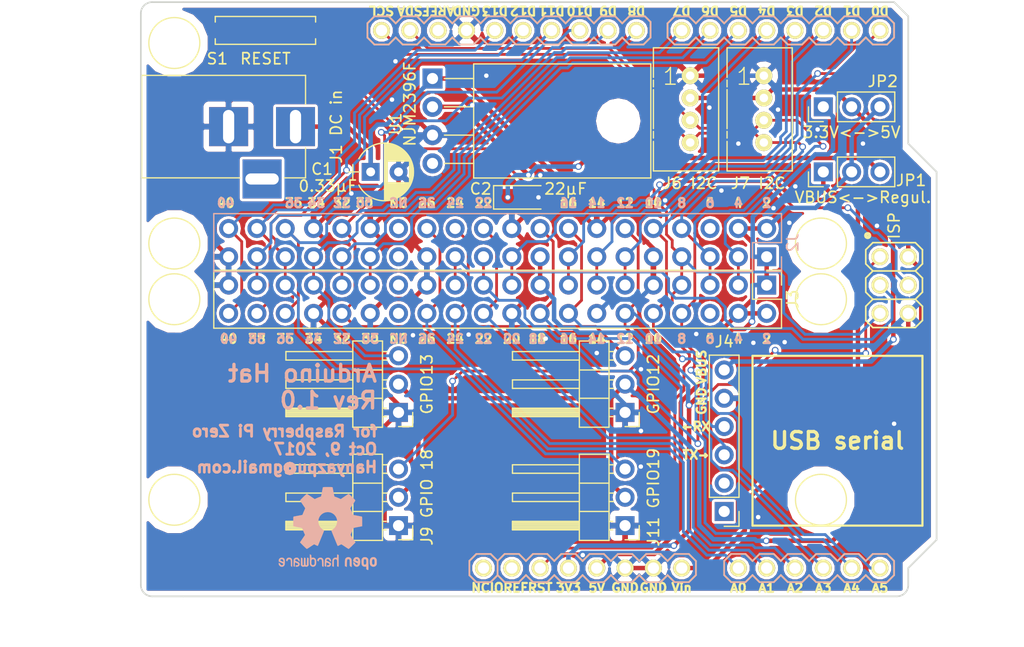
<source format=kicad_pcb>
(kicad_pcb (version 4) (host pcbnew 4.0.7)
  (layers (0 F.Cu signal) (31 B.Cu signal) (34 B.Paste user hide) (35 F.Paste user hide) (36 B.SilkS user) (37 F.SilkS user) (38 B.Mask user) (39 F.Mask user) (44 Edge.Cuts user))
  (net 0 "")
  (net 1 Vin)
  (net 2 GND)
  (net 3 Reg_5V)
  (net 4 "Net-(J1-Pad3)")
  (net 5 3.3V)
  (net 6 5V)
  (net 7 SDA)
  (net 8 SCL)
  (net 9 "Net-(J2-Pad6)")
  (net 10 RESET)
  (net 11 TX/1)
  (net 12 RX/0)
  (net 13 INT0/2)
  (net 14 A5)
  (net 15 INT1/3)
  (net 16 T9/4)
  (net 17 A4)
  (net 18 A3)
  (net 19 ISP-MOSI)
  (net 20 ISP-MISO)
  (net 21 A2)
  (net 22 ISP-SCK)
  (net 23 A1)
  (net 24 A0)
  (net 25 "Net-(J2-Pad27)")
  (net 26 "Net-(J2-Pad28)")
  (net 27 T1/~5)
  (net 28 AIN0/~6)
  (net 29 SS/~10)
  (net 30 AIN1/7)
  (net 31 MISO/12)
  (net 32 ICP/8)
  (net 33 OC1/~9)
  (net 34 MOSI/~11)
  (net 35 SCK/13)
  (net 36 "Net-(J3-Pad6)")
  (net 37 "Net-(J3-Pad27)")
  (net 38 "Net-(J3-Pad28)")
  (net 39 "Net-(J4-Pad1)")
  (net 40 "Net-(J4-Pad2)")
  (net 41 VBUS)
  (net 42 AREF)
  (net 43 IOREF)
  (net 44 VCC)
  (net 45 "Net-(U1-Pad4)")
  (module library:Arduino_Shield (layer F.Cu) (at 149.86 91.44)
    (fp_text reference J5 hide)
    (fp_text value Arduino_Shield hide)
    (fp_text user ISP (at 64.77 -33.274 90) (layer F.SilkS))
    (pad AD5 thru_hole circle (at 63.5 -2.54 90) (size 1.524 1.524) (drill 1.016) (layers *.Cu *.Mask F.SilkS) (net 14 A5))
    (pad AD4 thru_hole circle (at 60.96 -2.54 90) (size 1.524 1.524) (drill 1.016) (layers *.Cu *.Mask F.SilkS) (net 17 A4))
    (pad AD3 thru_hole circle (at 58.42 -2.54 90) (size 1.524 1.524) (drill 1.016) (layers *.Cu *.Mask F.SilkS) (net 18 A3))
    (pad AD0 thru_hole circle (at 50.8 -2.54 90) (size 1.524 1.524) (drill 1.016) (layers *.Cu *.Mask F.SilkS) (net 24 A0))
    (pad AD1 thru_hole circle (at 53.34 -2.54 90) (size 1.524 1.524) (drill 1.016) (layers *.Cu *.Mask F.SilkS) (net 23 A1))
    (pad AD2 thru_hole circle (at 55.88 -2.54 90) (size 1.524 1.524) (drill 1.016) (layers *.Cu *.Mask F.SilkS) (net 21 A2))
    (pad V_IN thru_hole circle (at 45.72 -2.54 90) (size 1.524 1.524) (drill 1.016) (layers *.Cu *.Mask F.SilkS) (net 1 Vin))
    (pad GND2 thru_hole circle (at 43.18 -2.54 90) (size 1.524 1.524) (drill 1.016) (layers *.Cu *.Mask F.SilkS) (net 2 GND))
    (pad GND1 thru_hole circle (at 40.64 -2.54 90) (size 1.524 1.524) (drill 1.016) (layers *.Cu *.Mask F.SilkS) (net 2 GND))
    (pad 3V3 thru_hole circle (at 35.56 -2.54 90) (size 1.524 1.524) (drill 1.016) (layers *.Cu *.Mask F.SilkS) (net 5 3.3V))
    (pad RST thru_hole circle (at 33.02 -2.54 90) (size 1.524 1.524) (drill 1.016) (layers *.Cu *.Mask F.SilkS) (net 10 RESET))
    (pad 0 thru_hole circle (at 63.5 -50.8 90) (size 1.524 1.524) (drill 1.016) (layers *.Cu *.Mask F.SilkS) (net 12 RX/0))
    (pad 1 thru_hole circle (at 60.96 -50.8 90) (size 1.524 1.524) (drill 1.016) (layers *.Cu *.Mask F.SilkS) (net 11 TX/1))
    (pad 2 thru_hole circle (at 58.42 -50.8 90) (size 1.524 1.524) (drill 1.016) (layers *.Cu *.Mask F.SilkS) (net 13 INT0/2))
    (pad 3 thru_hole circle (at 55.88 -50.8 90) (size 1.524 1.524) (drill 1.016) (layers *.Cu *.Mask F.SilkS) (net 15 INT1/3))
    (pad 4 thru_hole circle (at 53.34 -50.8 90) (size 1.524 1.524) (drill 1.016) (layers *.Cu *.Mask F.SilkS) (net 16 T9/4))
    (pad 5 thru_hole circle (at 50.8 -50.8 90) (size 1.524 1.524) (drill 1.016) (layers *.Cu *.Mask F.SilkS) (net 27 T1/~5))
    (pad 6 thru_hole circle (at 48.26 -50.8 90) (size 1.524 1.524) (drill 1.016) (layers *.Cu *.Mask F.SilkS) (net 28 AIN0/~6))
    (pad 7 thru_hole circle (at 45.72 -50.8 90) (size 1.524 1.524) (drill 1.016) (layers *.Cu *.Mask F.SilkS) (net 30 AIN1/7))
    (pad 8 thru_hole circle (at 41.656 -50.8 90) (size 1.524 1.524) (drill 1.016) (layers *.Cu *.Mask F.SilkS) (net 32 ICP/8))
    (pad 9 thru_hole circle (at 39.116 -50.8 90) (size 1.524 1.524) (drill 1.016) (layers *.Cu *.Mask F.SilkS) (net 33 OC1/~9))
    (pad 10 thru_hole circle (at 36.576 -50.8 90) (size 1.524 1.524) (drill 1.016) (layers *.Cu *.Mask F.SilkS) (net 29 SS/~10))
    (pad 11 thru_hole circle (at 34.036 -50.8 90) (size 1.524 1.524) (drill 1.016) (layers *.Cu *.Mask F.SilkS) (net 34 MOSI/~11))
    (pad 12 thru_hole circle (at 31.496 -50.8 90) (size 1.524 1.524) (drill 1.016) (layers *.Cu *.Mask F.SilkS) (net 31 MISO/12))
    (pad 13 thru_hole circle (at 28.956 -50.8 90) (size 1.524 1.524) (drill 1.016) (layers *.Cu *.Mask F.SilkS) (net 35 SCK/13))
    (pad GND3 thru_hole circle (at 26.416 -50.8 90) (size 1.524 1.524) (drill 1.016) (layers *.Cu *.Mask F.SilkS) (net 2 GND))
    (pad AREF thru_hole circle (at 23.876 -50.8 90) (size 1.524 1.524) (drill 1.016) (layers *.Cu *.Mask F.SilkS) (net 42 AREF))
    (pad 5V thru_hole circle (at 38.1 -2.54 90) (size 1.524 1.524) (drill 1.016) (layers *.Cu *.Mask F.SilkS) (net 6 5V))
    (pad SDA thru_hole circle (at 21.336 -50.8 90) (size 1.524 1.524) (drill 1.016) (layers *.Cu *.Mask F.SilkS) (net 7 SDA))
    (pad SCL thru_hole circle (at 18.796 -50.8 90) (size 1.524 1.524) (drill 1.016) (layers *.Cu *.Mask F.SilkS) (net 8 SCL))
    (pad IO_R thru_hole circle (at 30.48 -2.54 90) (size 1.524 1.524) (drill 1.016) (layers *.Cu *.Mask F.SilkS) (net 43 IOREF))
    (pad NC thru_hole circle (at 27.94 -2.54 90) (size 1.524 1.524) (drill 1.016) (layers *.Cu *.Mask F.SilkS))
    (pad SP1 thru_hole circle (at 63.5 -30.48 90) (size 1.524 1.524) (drill 1.016) (layers *.Cu *.Mask F.SilkS) (net 20 ISP-MISO))
    (pad SP2 thru_hole circle (at 66.04 -30.48 90) (size 1.524 1.524) (drill 1.016) (layers *.Cu *.Mask F.SilkS) (net 44 VCC))
    (pad SP3 thru_hole circle (at 63.5 -27.94 90) (size 1.524 1.524) (drill 1.016) (layers *.Cu *.Mask F.SilkS) (net 22 ISP-SCK))
    (pad SP4 thru_hole circle (at 66.04 -27.94 90) (size 1.524 1.524) (drill 1.016) (layers *.Cu *.Mask F.SilkS) (net 19 ISP-MOSI))
    (pad SP5 thru_hole circle (at 63.5 -25.4 90) (size 1.524 1.524) (drill 1.016) (layers *.Cu *.Mask F.SilkS) (net 10 RESET))
    (pad SP6 thru_hole circle (at 66.04 -25.4 90) (size 1.524 1.524) (drill 1.016) (layers *.Cu *.Mask F.SilkS) (net 2 GND))
  )
  (module Pin_Headers:Pin_Header_Straight_2x20_Pitch2.54mm (layer B.Cu) (at 203.2 60.96 90)
    (fp_text reference J2 (at 1.27 2.33 90) (layer B.SilkS) (effects (justify mirror)))
    (fp_text value RasPI_IO_Header_B+)
    (pad 1 thru_hole rect (at 0 0 90) (size 1.7 1.7) (drill 1) (layers *.Cu *.Mask) (net 5 3.3V))
    (pad 2 thru_hole oval (at 2.54 0 90) (size 1.7 1.7) (drill 1) (layers *.Cu *.Mask) (net 6 5V))
    (pad 3 thru_hole oval (at 0 -2.54 90) (size 1.7 1.7) (drill 1) (layers *.Cu *.Mask) (net 7 SDA))
    (pad 4 thru_hole oval (at 2.54 -2.54 90) (size 1.7 1.7) (drill 1) (layers *.Cu *.Mask) (net 6 5V))
    (pad 5 thru_hole oval (at 0 -5.08 90) (size 1.7 1.7) (drill 1) (layers *.Cu *.Mask) (net 8 SCL))
    (pad 6 thru_hole oval (at 2.54 -5.08 90) (size 1.7 1.7) (drill 1) (layers *.Cu *.Mask) (net 9 "Net-(J2-Pad6)"))
    (pad 7 thru_hole oval (at 0 -7.62 90) (size 1.7 1.7) (drill 1) (layers *.Cu *.Mask) (net 10 RESET))
    (pad 8 thru_hole oval (at 2.54 -7.62 90) (size 1.7 1.7) (drill 1) (layers *.Cu *.Mask) (net 11 TX/1))
    (pad 9 thru_hole oval (at 0 -10.16 90) (size 1.7 1.7) (drill 1) (layers *.Cu *.Mask) (net 2 GND))
    (pad 10 thru_hole oval (at 2.54 -10.16 90) (size 1.7 1.7) (drill 1) (layers *.Cu *.Mask) (net 12 RX/0))
    (pad 11 thru_hole oval (at 0 -12.7 90) (size 1.7 1.7) (drill 1) (layers *.Cu *.Mask) (net 13 INT0/2))
    (pad 12 thru_hole oval (at 2.54 -12.7 90) (size 1.7 1.7) (drill 1) (layers *.Cu *.Mask) (net 14 A5))
    (pad 13 thru_hole oval (at 0 -15.24 90) (size 1.7 1.7) (drill 1) (layers *.Cu *.Mask) (net 15 INT1/3))
    (pad 14 thru_hole oval (at 2.54 -15.24 90) (size 1.7 1.7) (drill 1) (layers *.Cu *.Mask) (net 2 GND))
    (pad 15 thru_hole oval (at 0 -17.78 90) (size 1.7 1.7) (drill 1) (layers *.Cu *.Mask) (net 16 T9/4))
    (pad 16 thru_hole oval (at 2.54 -17.78 90) (size 1.7 1.7) (drill 1) (layers *.Cu *.Mask) (net 17 A4))
    (pad 17 thru_hole oval (at 0 -20.32 90) (size 1.7 1.7) (drill 1) (layers *.Cu *.Mask) (net 5 3.3V))
    (pad 18 thru_hole oval (at 2.54 -20.32 90) (size 1.7 1.7) (drill 1) (layers *.Cu *.Mask) (net 18 A3))
    (pad 19 thru_hole oval (at 0 -22.86 90) (size 1.7 1.7) (drill 1) (layers *.Cu *.Mask) (net 19 ISP-MOSI))
    (pad 20 thru_hole oval (at 2.54 -22.86 90) (size 1.7 1.7) (drill 1) (layers *.Cu *.Mask) (net 2 GND))
    (pad 21 thru_hole oval (at 0 -25.4 90) (size 1.7 1.7) (drill 1) (layers *.Cu *.Mask) (net 20 ISP-MISO))
    (pad 22 thru_hole oval (at 2.54 -25.4 90) (size 1.7 1.7) (drill 1) (layers *.Cu *.Mask) (net 21 A2))
    (pad 23 thru_hole oval (at 0 -27.94 90) (size 1.7 1.7) (drill 1) (layers *.Cu *.Mask) (net 22 ISP-SCK))
    (pad 24 thru_hole oval (at 2.54 -27.94 90) (size 1.7 1.7) (drill 1) (layers *.Cu *.Mask) (net 23 A1))
    (pad 25 thru_hole oval (at 0 -30.48 90) (size 1.7 1.7) (drill 1) (layers *.Cu *.Mask) (net 2 GND))
    (pad 26 thru_hole oval (at 2.54 -30.48 90) (size 1.7 1.7) (drill 1) (layers *.Cu *.Mask) (net 24 A0))
    (pad 27 thru_hole oval (at 0 -33.02 90) (size 1.7 1.7) (drill 1) (layers *.Cu *.Mask) (net 25 "Net-(J2-Pad27)"))
    (pad 28 thru_hole oval (at 2.54 -33.02 90) (size 1.7 1.7) (drill 1) (layers *.Cu *.Mask) (net 26 "Net-(J2-Pad28)"))
    (pad 29 thru_hole oval (at 0 -35.56 90) (size 1.7 1.7) (drill 1) (layers *.Cu *.Mask) (net 27 T1/~5))
    (pad 30 thru_hole oval (at 2.54 -35.56 90) (size 1.7 1.7) (drill 1) (layers *.Cu *.Mask) (net 2 GND))
    (pad 31 thru_hole oval (at 0 -38.1 90) (size 1.7 1.7) (drill 1) (layers *.Cu *.Mask) (net 28 AIN0/~6))
    (pad 32 thru_hole oval (at 2.54 -38.1 90) (size 1.7 1.7) (drill 1) (layers *.Cu *.Mask) (net 29 SS/~10))
    (pad 33 thru_hole oval (at 0 -40.64 90) (size 1.7 1.7) (drill 1) (layers *.Cu *.Mask) (net 30 AIN1/7))
    (pad 34 thru_hole oval (at 2.54 -40.64 90) (size 1.7 1.7) (drill 1) (layers *.Cu *.Mask) (net 2 GND))
    (pad 35 thru_hole oval (at 0 -43.18 90) (size 1.7 1.7) (drill 1) (layers *.Cu *.Mask) (net 31 MISO/12))
    (pad 36 thru_hole oval (at 2.54 -43.18 90) (size 1.7 1.7) (drill 1) (layers *.Cu *.Mask) (net 32 ICP/8))
    (pad 37 thru_hole oval (at 0 -45.72 90) (size 1.7 1.7) (drill 1) (layers *.Cu *.Mask) (net 33 OC1/~9))
    (pad 38 thru_hole oval (at 2.54 -45.72 90) (size 1.7 1.7) (drill 1) (layers *.Cu *.Mask) (net 34 MOSI/~11))
    (pad 39 thru_hole oval (at 0 -48.26 90) (size 1.7 1.7) (drill 1) (layers *.Cu *.Mask) (net 2 GND))
    (pad 40 thru_hole oval (at 2.54 -48.26 90) (size 1.7 1.7) (drill 1) (layers *.Cu *.Mask) (net 35 SCK/13))
  )
  (module Pin_Headers:Pin_Header_Angled_1x03_Pitch2.54mm (layer F.Cu) (at 170.18 85.09 180)
    (fp_text reference "J9 GPIO 18" (at -2.54 2.54 270) (layer F.SilkS))
    (fp_text value "servo 1")
    (pad 1 thru_hole rect (at 0 0 180) (size 1.7 1.7) (drill 1) (layers *.Cu *.Mask) (net 2 GND))
    (pad 2 thru_hole oval (at 0 2.54 180) (size 1.7 1.7) (drill 1) (layers *.Cu *.Mask) (net 44 VCC))
    (pad 3 thru_hole oval (at 0 5.08 180) (size 1.7 1.7) (drill 1) (layers *.Cu *.Mask) (net 14 A5))
  )
  (module Connectors:BARREL_JACK (layer F.Cu) (at 160.94 49.276)
    (fp_text reference "J1 DC in" (at 3.652 0 90) (layer F.SilkS))
    (fp_text value BARREL_JACK)
    (pad 1 thru_hole rect (at 0 0) (size 3.5 3.5) (drill oval 1 3) (layers *.Cu *.Mask) (net 1 Vin))
    (pad 2 thru_hole rect (at -6 0) (size 3.5 3.5) (drill oval 1 3) (layers *.Cu *.Mask) (net 2 GND))
    (pad 3 thru_hole rect (at -3 4.7) (size 3.5 3.5) (drill oval 3 1) (layers *.Cu *.Mask) (net 4 "Net-(J1-Pad3)"))
  )
  (module library:hole_3mm (layer F.Cu) (at 208.07 59.77)
    (fp_text reference REF** hide)
    (fp_text value 3mm)
    (pad "" np_thru_hole circle (at 0 0) (size 3 3) (drill 3) (layers *.Cu *.Mask) (clearance 1.5))
  )
  (module Capacitors_THT:CP_Radial_D5.0mm_P2.50mm (layer F.Cu) (at 167.68 53.34)
    (fp_text reference C1 (at -4.358 -0.254) (layer F.SilkS))
    (fp_text value 0.33μF (at -3.85 1.27) (layer F.SilkS))
    (pad 1 thru_hole rect (at 0 0) (size 1.6 1.6) (drill 0.8) (layers *.Cu *.Mask) (net 1 Vin))
    (pad 2 thru_hole circle (at 2.5 0) (size 1.6 1.6) (drill 0.8) (layers *.Cu *.Mask) (net 2 GND))
  )
  (module Connectors:Grove_1x04 (layer F.Cu) (at 202.946 44.704)
    (fp_text reference "J7 I2C" (at -0.508 9.652) (layer F.SilkS))
    (fp_text value I2C)
    (fp_text user 1 (at -1.775 0.075) (layer F.SilkS) (effects (font (size 1.5 1.5) (thickness 0.12))))
    (pad 1 thru_hole circle (at 0 0) (size 1.524 1.524) (drill 0.762) (layers *.Cu *.Mask F.SilkS) (net 2 GND))
    (pad 2 thru_hole circle (at 0 2) (size 1.524 1.524) (drill 0.762) (layers *.Cu *.Mask F.SilkS) (net 44 VCC))
    (pad 3 thru_hole circle (at 0 4) (size 1.524 1.524) (drill 0.762) (layers *.Cu *.Mask F.SilkS) (net 7 SDA))
    (pad 4 thru_hole circle (at 0 6) (size 1.524 1.524) (drill 0.762) (layers *.Cu *.Mask F.SilkS) (net 8 SCL))
  )
  (module Pin_Headers:Pin_Header_Straight_1x03_Pitch2.54mm (layer F.Cu) (at 208.28 53.34 90)
    (fp_text reference JP1 (at -0.762 7.874 180) (layer F.SilkS))
    (fp_text value VBUS<->Regul. (at -2.286 3.556 180) (layer F.SilkS))
    (pad 1 thru_hole rect (at 0 0 90) (size 1.7 1.7) (drill 1) (layers *.Cu *.Mask) (net 41 VBUS))
    (pad 2 thru_hole oval (at 0 2.54 90) (size 1.7 1.7) (drill 1) (layers *.Cu *.Mask) (net 6 5V))
    (pad 3 thru_hole oval (at 0 5.08 90) (size 1.7 1.7) (drill 1) (layers *.Cu *.Mask) (net 3 Reg_5V))
  )
  (module Pin_Headers:Pin_Header_Straight_1x06_Pitch2.54mm (layer F.Cu) (at 199.39 83.82 180)
    (fp_text reference J4 (at 0 15.24 180) (layer F.SilkS))
    (fp_text value "USB serial")
    (pad 1 thru_hole rect (at 0 0 180) (size 1.7 1.7) (drill 1) (layers *.Cu *.Mask) (net 39 "Net-(J4-Pad1)"))
    (pad 2 thru_hole oval (at 0 2.54 180) (size 1.7 1.7) (drill 1) (layers *.Cu *.Mask) (net 40 "Net-(J4-Pad2)"))
    (pad 3 thru_hole oval (at 0 5.08 180) (size 1.7 1.7) (drill 1) (layers *.Cu *.Mask) (net 11 TX/1))
    (pad 4 thru_hole oval (at 0 7.62 180) (size 1.7 1.7) (drill 1) (layers *.Cu *.Mask) (net 12 RX/0))
    (pad 5 thru_hole oval (at 0 10.16 180) (size 1.7 1.7) (drill 1) (layers *.Cu *.Mask) (net 2 GND))
    (pad 6 thru_hole oval (at 0 12.7 180) (size 1.7 1.7) (drill 1) (layers *.Cu *.Mask) (net 41 VBUS))
  )
  (module Pin_Headers:Pin_Header_Straight_2x20_Pitch2.54mm (layer F.Cu) (at 203.2 63.5 270)
    (fp_text reference J3 (at 1.27 -2.33 270) (layer F.SilkS))
    (fp_text value RasPI_IO_Header_B+)
    (pad 1 thru_hole rect (at 0 0 270) (size 1.7 1.7) (drill 1) (layers *.Cu *.Mask) (net 5 3.3V))
    (pad 2 thru_hole oval (at 2.54 0 270) (size 1.7 1.7) (drill 1) (layers *.Cu *.Mask) (net 6 5V))
    (pad 3 thru_hole oval (at 0 2.54 270) (size 1.7 1.7) (drill 1) (layers *.Cu *.Mask) (net 7 SDA))
    (pad 4 thru_hole oval (at 2.54 2.54 270) (size 1.7 1.7) (drill 1) (layers *.Cu *.Mask) (net 6 5V))
    (pad 5 thru_hole oval (at 0 5.08 270) (size 1.7 1.7) (drill 1) (layers *.Cu *.Mask) (net 8 SCL))
    (pad 6 thru_hole oval (at 2.54 5.08 270) (size 1.7 1.7) (drill 1) (layers *.Cu *.Mask) (net 36 "Net-(J3-Pad6)"))
    (pad 7 thru_hole oval (at 0 7.62 270) (size 1.7 1.7) (drill 1) (layers *.Cu *.Mask) (net 10 RESET))
    (pad 8 thru_hole oval (at 2.54 7.62 270) (size 1.7 1.7) (drill 1) (layers *.Cu *.Mask) (net 11 TX/1))
    (pad 9 thru_hole oval (at 0 10.16 270) (size 1.7 1.7) (drill 1) (layers *.Cu *.Mask) (net 2 GND))
    (pad 10 thru_hole oval (at 2.54 10.16 270) (size 1.7 1.7) (drill 1) (layers *.Cu *.Mask) (net 12 RX/0))
    (pad 11 thru_hole oval (at 0 12.7 270) (size 1.7 1.7) (drill 1) (layers *.Cu *.Mask) (net 13 INT0/2))
    (pad 12 thru_hole oval (at 2.54 12.7 270) (size 1.7 1.7) (drill 1) (layers *.Cu *.Mask) (net 14 A5))
    (pad 13 thru_hole oval (at 0 15.24 270) (size 1.7 1.7) (drill 1) (layers *.Cu *.Mask) (net 15 INT1/3))
    (pad 14 thru_hole oval (at 2.54 15.24 270) (size 1.7 1.7) (drill 1) (layers *.Cu *.Mask) (net 2 GND))
    (pad 15 thru_hole oval (at 0 17.78 270) (size 1.7 1.7) (drill 1) (layers *.Cu *.Mask) (net 16 T9/4))
    (pad 16 thru_hole oval (at 2.54 17.78 270) (size 1.7 1.7) (drill 1) (layers *.Cu *.Mask) (net 17 A4))
    (pad 17 thru_hole oval (at 0 20.32 270) (size 1.7 1.7) (drill 1) (layers *.Cu *.Mask) (net 5 3.3V))
    (pad 18 thru_hole oval (at 2.54 20.32 270) (size 1.7 1.7) (drill 1) (layers *.Cu *.Mask) (net 18 A3))
    (pad 19 thru_hole oval (at 0 22.86 270) (size 1.7 1.7) (drill 1) (layers *.Cu *.Mask) (net 19 ISP-MOSI))
    (pad 20 thru_hole oval (at 2.54 22.86 270) (size 1.7 1.7) (drill 1) (layers *.Cu *.Mask) (net 2 GND))
    (pad 21 thru_hole oval (at 0 25.4 270) (size 1.7 1.7) (drill 1) (layers *.Cu *.Mask) (net 20 ISP-MISO))
    (pad 22 thru_hole oval (at 2.54 25.4 270) (size 1.7 1.7) (drill 1) (layers *.Cu *.Mask) (net 21 A2))
    (pad 23 thru_hole oval (at 0 27.94 270) (size 1.7 1.7) (drill 1) (layers *.Cu *.Mask) (net 22 ISP-SCK))
    (pad 24 thru_hole oval (at 2.54 27.94 270) (size 1.7 1.7) (drill 1) (layers *.Cu *.Mask) (net 23 A1))
    (pad 25 thru_hole oval (at 0 30.48 270) (size 1.7 1.7) (drill 1) (layers *.Cu *.Mask) (net 2 GND))
    (pad 26 thru_hole oval (at 2.54 30.48 270) (size 1.7 1.7) (drill 1) (layers *.Cu *.Mask) (net 24 A0))
    (pad 27 thru_hole oval (at 0 33.02 270) (size 1.7 1.7) (drill 1) (layers *.Cu *.Mask) (net 37 "Net-(J3-Pad27)"))
    (pad 28 thru_hole oval (at 2.54 33.02 270) (size 1.7 1.7) (drill 1) (layers *.Cu *.Mask) (net 38 "Net-(J3-Pad28)"))
    (pad 29 thru_hole oval (at 0 35.56 270) (size 1.7 1.7) (drill 1) (layers *.Cu *.Mask) (net 27 T1/~5))
    (pad 30 thru_hole oval (at 2.54 35.56 270) (size 1.7 1.7) (drill 1) (layers *.Cu *.Mask) (net 2 GND))
    (pad 31 thru_hole oval (at 0 38.1 270) (size 1.7 1.7) (drill 1) (layers *.Cu *.Mask) (net 28 AIN0/~6))
    (pad 32 thru_hole oval (at 2.54 38.1 270) (size 1.7 1.7) (drill 1) (layers *.Cu *.Mask) (net 29 SS/~10))
    (pad 33 thru_hole oval (at 0 40.64 270) (size 1.7 1.7) (drill 1) (layers *.Cu *.Mask) (net 30 AIN1/7))
    (pad 34 thru_hole oval (at 2.54 40.64 270) (size 1.7 1.7) (drill 1) (layers *.Cu *.Mask) (net 2 GND))
    (pad 35 thru_hole oval (at 0 43.18 270) (size 1.7 1.7) (drill 1) (layers *.Cu *.Mask) (net 31 MISO/12))
    (pad 36 thru_hole oval (at 2.54 43.18 270) (size 1.7 1.7) (drill 1) (layers *.Cu *.Mask) (net 32 ICP/8))
    (pad 37 thru_hole oval (at 0 45.72 270) (size 1.7 1.7) (drill 1) (layers *.Cu *.Mask) (net 33 OC1/~9))
    (pad 38 thru_hole oval (at 2.54 45.72 270) (size 1.7 1.7) (drill 1) (layers *.Cu *.Mask) (net 34 MOSI/~11))
    (pad 39 thru_hole oval (at 0 48.26 270) (size 1.7 1.7) (drill 1) (layers *.Cu *.Mask) (net 2 GND))
    (pad 40 thru_hole oval (at 2.54 48.26 270) (size 1.7 1.7) (drill 1) (layers *.Cu *.Mask) (net 35 SCK/13))
  )
  (module Connectors:Grove_1x04 (layer F.Cu) (at 196.342 44.704)
    (fp_text reference "J6 I2C" (at 0 9.652) (layer F.SilkS))
    (fp_text value I2C)
    (fp_text user 1 (at -1.775 0.075) (layer F.SilkS) (effects (font (size 1.5 1.5) (thickness 0.12))))
    (pad 1 thru_hole circle (at 0 0) (size 1.524 1.524) (drill 0.762) (layers *.Cu *.Mask F.SilkS) (net 2 GND))
    (pad 2 thru_hole circle (at 0 2) (size 1.524 1.524) (drill 0.762) (layers *.Cu *.Mask F.SilkS) (net 44 VCC))
    (pad 3 thru_hole circle (at 0 4) (size 1.524 1.524) (drill 0.762) (layers *.Cu *.Mask F.SilkS) (net 7 SDA))
    (pad 4 thru_hole circle (at 0 6) (size 1.524 1.524) (drill 0.762) (layers *.Cu *.Mask F.SilkS) (net 8 SCL))
  )
  (module Pin_Headers:Pin_Header_Angled_1x03_Pitch2.54mm (layer F.Cu) (at 170.18 74.93 180)
    (fp_text reference GPIO13 (at -2.54 2.54 270) (layer F.SilkS))
    (fp_text value "servo 0")
    (pad 1 thru_hole rect (at 0 0 180) (size 1.7 1.7) (drill 1) (layers *.Cu *.Mask) (net 2 GND))
    (pad 2 thru_hole oval (at 0 2.54 180) (size 1.7 1.7) (drill 1) (layers *.Cu *.Mask) (net 44 VCC))
    (pad 3 thru_hole oval (at 0 5.08 180) (size 1.7 1.7) (drill 1) (layers *.Cu *.Mask) (net 30 AIN1/7))
  )
  (module Pin_Headers:Pin_Header_Angled_1x03_Pitch2.54mm (layer F.Cu) (at 190.5 74.93 180)
    (fp_text reference GPIO12 (at -2.54 2.54 270) (layer F.SilkS))
    (fp_text value "servo 2")
    (pad 1 thru_hole rect (at 0 0 180) (size 1.7 1.7) (drill 1) (layers *.Cu *.Mask) (net 2 GND))
    (pad 2 thru_hole oval (at 0 2.54 180) (size 1.7 1.7) (drill 1) (layers *.Cu *.Mask) (net 44 VCC))
    (pad 3 thru_hole oval (at 0 5.08 180) (size 1.7 1.7) (drill 1) (layers *.Cu *.Mask) (net 29 SS/~10))
  )
  (module Pin_Headers:Pin_Header_Angled_1x03_Pitch2.54mm (layer F.Cu) (at 190.5 85.09 180)
    (fp_text reference "J11 GPIO19" (at -2.54 2.54 270) (layer F.SilkS))
    (fp_text value "servo 3")
    (pad 1 thru_hole rect (at 0 0 180) (size 1.7 1.7) (drill 1) (layers *.Cu *.Mask) (net 2 GND))
    (pad 2 thru_hole oval (at 0 2.54 180) (size 1.7 1.7) (drill 1) (layers *.Cu *.Mask) (net 44 VCC))
    (pad 3 thru_hole oval (at 0 5.08 180) (size 1.7 1.7) (drill 1) (layers *.Cu *.Mask) (net 31 MISO/12))
  )
  (module Pin_Headers:Pin_Header_Straight_1x03_Pitch2.54mm (layer F.Cu) (at 208.28 47.498 90)
    (fp_text reference JP2 (at 2.286 5.334 180) (layer F.SilkS))
    (fp_text value 3.3V<->5V (at -2.286 2.54 180) (layer F.SilkS))
    (pad 1 thru_hole rect (at 0 0 90) (size 1.7 1.7) (drill 1) (layers *.Cu *.Mask) (net 5 3.3V))
    (pad 2 thru_hole oval (at 0 2.54 90) (size 1.7 1.7) (drill 1) (layers *.Cu *.Mask) (net 44 VCC))
    (pad 3 thru_hole oval (at 0 5.08 90) (size 1.7 1.7) (drill 1) (layers *.Cu *.Mask) (net 6 5V))
  )
  (module Buttons_Switches_SMD:SW_SPST_REED_CT05-XXXX-J1 (layer F.Cu) (at 158.242 40.64 180)
    (fp_text reference S1 (at 4.318 -2.54 180) (layer F.SilkS))
    (fp_text value RESET (at 0 -2.54 180) (layer F.SilkS))
    (pad 2 smd rect (at 3.08 0 180) (size 2.5 2) (layers F.Cu F.Paste F.Mask) (net 2 GND))
    (pad 1 smd rect (at -3.08 0 180) (size 2.5 2) (layers F.Cu F.Paste F.Mask) (net 10 RESET))
  )
  (module Capacitors_Tantalum_SMD:CP_Tantalum_Case-A_EIA-3216-18_Reflow (layer F.Cu) (at 181.356 55.626)
    (fp_text reference C2 (at -3.81 -0.762) (layer F.SilkS))
    (fp_text value 22μF (at 3.81 -0.762) (layer F.SilkS))
    (pad 1 smd rect (at -1.375 0) (size 1.95 1.5) (layers F.Cu F.Paste F.Mask) (net 3 Reg_5V))
    (pad 2 smd rect (at 1.375 0) (size 1.95 1.5) (layers F.Cu F.Paste F.Mask) (net 2 GND))
  )
  (module TO_SOT_Packages_THT:TO-220-4_Horizontal (layer F.Cu) (at 173.228 44.958 270)
    (fp_text reference U1 (at 4.064 3.302 450) (layer F.SilkS))
    (fp_text value NJM2396F (at 2.286 2.032 270) (layer F.SilkS))
    (pad 0 np_thru_hole oval (at 3.81 -16.66 270) (size 3.5 3.5) (drill 3.5) (layers *.Cu *.Mask))
    (pad 1 thru_hole rect (at 0 0 270) (size 1.8 1.8) (drill 1) (layers *.Cu *.Mask) (net 1 Vin))
    (pad 2 thru_hole oval (at 2.54 0 270) (size 1.8 1.8) (drill 1) (layers *.Cu *.Mask) (net 3 Reg_5V))
    (pad 3 thru_hole oval (at 5.08 0 270) (size 1.8 1.8) (drill 1) (layers *.Cu *.Mask) (net 2 GND))
    (pad 4 thru_hole oval (at 7.62 0 270) (size 1.8 1.8) (drill 1) (layers *.Cu *.Mask) (net 45 "Net-(U1-Pad4)"))
  )
  (module library:hole_3mm (layer F.Cu) (at 150.07 64.77)
    (fp_text reference REF** hide)
    (fp_text value 3mm)
    (pad "" np_thru_hole circle (at 0 0) (size 3 3) (drill 3) (layers *.Cu *.Mask) (clearance 1.5))
  )
  (module library:hole_3mm (layer F.Cu) (at 150.07 82.77)
    (fp_text reference REF** hide)
    (fp_text value 3mm)
    (pad "" np_thru_hole circle (at 0 0) (size 3 3) (drill 3) (layers *.Cu *.Mask) (clearance 1.5))
  )
  (module library:hole_3mm (layer F.Cu) (at 150.07 59.77)
    (fp_text reference REF** hide)
    (fp_text value 3mm)
    (pad "" np_thru_hole circle (at 0 0) (size 3 3) (drill 3) (layers *.Cu *.Mask) (clearance 1.5))
  )
  (module library:hole_3mm (layer F.Cu) (at 150.07 41.77)
    (fp_text reference REF** hide)
    (fp_text value 3mm)
    (pad "" np_thru_hole circle (at 0 0) (size 3 3) (drill 3) (layers *.Cu *.Mask) (clearance 1.5))
  )
  (module library:hole_3mm (layer F.Cu) (at 208.07 64.77)
    (fp_text reference REF** hide)
    (fp_text value 3mm)
    (pad "" np_thru_hole circle (at 0 0) (size 3 3) (drill 3) (layers *.Cu *.Mask) (clearance 1.5))
  )
  (module library:hole_3mm (layer F.Cu) (at 208.07 82.77)
    (fp_text reference REF** hide)
    (fp_text value 3mm)
    (pad "" np_thru_hole circle (at 0 0) (size 3 3) (drill 3) (layers *.Cu *.Mask) (clearance 1.5))
  )
  (module Symbols:OSHW-Logo2_9.8x8mm_SilkScreen (layer B.Cu) (at 163.83 85.344 180)
    (fp_text reference REF*** hide)
    (fp_text value OSHW-Logo2_9.8x8mm_SilkScreen hide)
  )
  (gr_text TX→ (at 196.85 78.74) (layer F.SilkS) (effects (font (size 0.8 0.8) (thickness 0.2))))
  (gr_text ←RX (at 196.85 76.2) (layer F.SilkS) (effects (font (size 0.8 0.8) (thickness 0.2))))
  (gr_text GND (at 197.358 73.914 90) (layer F.SilkS) (effects (font (size 0.8 0.8) (thickness 0.2))))
  (gr_text VBUS (at 197.358 70.866 90) (layer F.SilkS) (effects (font (size 0.8 0.8) (thickness 0.2))))
  (gr_text 4 (at 200.66 68.326) (layer B.SilkS) (effects (font (size 0.8 0.8) (thickness 0.2)) (justify mirror)))
  (gr_text 6 (at 198.12 68.326) (layer B.SilkS) (effects (font (size 0.8 0.8) (thickness 0.2)) (justify mirror)))
  (gr_text 8 (at 195.58 68.326) (layer B.SilkS) (effects (font (size 0.8 0.8) (thickness 0.2)) (justify mirror)))
  (gr_text 10 (at 193.04 68.326) (layer B.SilkS) (effects (font (size 0.8 0.8) (thickness 0.2)) (justify mirror)))
  (gr_text 12 (at 190.5 68.326) (layer B.SilkS) (effects (font (size 0.8 0.8) (thickness 0.2)) (justify mirror)))
  (gr_text 14 (at 187.96 68.326) (layer B.SilkS) (effects (font (size 0.8 0.8) (thickness 0.2)) (justify mirror)))
  (gr_text 16 (at 185.42 68.326) (layer B.SilkS) (effects (font (size 0.8 0.8) (thickness 0.2)) (justify mirror)))
  (gr_text 18 (at 182.626 68.326) (layer B.SilkS) (effects (font (size 0.8 0.8) (thickness 0.2)) (justify mirror)))
  (gr_text 20 (at 180.34 68.326) (layer B.SilkS) (effects (font (size 0.8 0.8) (thickness 0.2)) (justify mirror)))
  (gr_text 22 (at 177.8 68.326) (layer B.SilkS) (effects (font (size 0.8 0.8) (thickness 0.2)) (justify mirror)))
  (gr_text 24 (at 175.26 68.326) (layer B.SilkS) (effects (font (size 0.8 0.8) (thickness 0.2)) (justify mirror)))
  (gr_text 26 (at 172.72 68.326) (layer B.SilkS) (effects (font (size 0.8 0.8) (thickness 0.2)) (justify mirror)))
  (gr_text 30 (at 167.64 68.326) (layer B.SilkS) (effects (font (size 0.8 0.8) (thickness 0.2)) (justify mirror)))
  (gr_text 32 (at 165.1 68.326) (layer B.SilkS) (effects (font (size 0.8 0.8) (thickness 0.2)) (justify mirror)))
  (gr_text 34 (at 162.56 68.326) (layer B.SilkS) (effects (font (size 0.8 0.8) (thickness 0.2)) (justify mirror)))
  (gr_text 36 (at 160.02 68.326) (layer B.SilkS) (effects (font (size 0.8 0.8) (thickness 0.2)) (justify mirror)))
  (gr_text 38 (at 157.48 68.326) (layer B.SilkS) (effects (font (size 0.8 0.8) (thickness 0.2)) (justify mirror)))
  (gr_text 4 (at 200.66 56.134) (layer B.SilkS) (effects (font (size 0.8 0.8) (thickness 0.2)) (justify mirror)))
  (gr_text 6 (at 198.12 56.134) (layer B.SilkS) (effects (font (size 0.8 0.8) (thickness 0.2)) (justify mirror)))
  (gr_text 8 (at 195.58 56.134) (layer B.SilkS) (effects (font (size 0.8 0.8) (thickness 0.2)) (justify mirror)))
  (gr_text 10 (at 193.04 56.134) (layer B.SilkS) (effects (font (size 0.8 0.8) (thickness 0.2)) (justify mirror)))
  (gr_text 12 (at 190.5 56.134) (layer B.SilkS) (effects (font (size 0.8 0.8) (thickness 0.2)) (justify mirror)))
  (gr_text 14 (at 187.96 56.134) (layer B.SilkS) (effects (font (size 0.8 0.8) (thickness 0.2)) (justify mirror)))
  (gr_text 16 (at 185.42 56.134) (layer B.SilkS) (effects (font (size 0.8 0.8) (thickness 0.2)) (justify mirror)))
  (gr_text 22 (at 177.8 56.134) (layer B.SilkS) (effects (font (size 0.8 0.8) (thickness 0.2)) (justify mirror)))
  (gr_text 24 (at 175.26 56.134) (layer B.SilkS) (effects (font (size 0.8 0.8) (thickness 0.2)) (justify mirror)))
  (gr_text 26 (at 172.72 56.134) (layer B.SilkS) (effects (font (size 0.8 0.8) (thickness 0.2)) (justify mirror)))
  (gr_text 30 (at 167.132 56.134) (layer B.SilkS) (effects (font (size 0.8 0.8) (thickness 0.2)) (justify mirror)))
  (gr_text 32 (at 165.1 56.134) (layer B.SilkS) (effects (font (size 0.8 0.8) (thickness 0.2)) (justify mirror)))
  (gr_text 34 (at 162.814 56.134) (layer B.SilkS) (effects (font (size 0.8 0.8) (thickness 0.2)) (justify mirror)))
  (gr_text 36 (at 160.782 56.134) (layer B.SilkS) (effects (font (size 0.8 0.8) (thickness 0.2)) (justify mirror)))
  (gr_text 36 (at 160.782 56.134) (layer F.SilkS) (effects (font (size 0.8 0.8) (thickness 0.2))))
  (gr_text 34 (at 162.814 56.134) (layer F.SilkS) (effects (font (size 0.8 0.8) (thickness 0.2))))
  (gr_text 32 (at 165.1 56.134) (layer F.SilkS) (effects (font (size 0.8 0.8) (thickness 0.2))))
  (gr_text 30 (at 167.132 56.134) (layer F.SilkS) (effects (font (size 0.8 0.8) (thickness 0.2))))
  (gr_text 26 (at 172.72 56.134) (layer F.SilkS) (effects (font (size 0.8 0.8) (thickness 0.2))))
  (gr_text 24 (at 175.26 56.134) (layer F.SilkS) (effects (font (size 0.8 0.8) (thickness 0.2))))
  (gr_text 22 (at 177.8 56.134) (layer F.SilkS) (effects (font (size 0.8 0.8) (thickness 0.2))))
  (gr_text 16 (at 185.42 56.134) (layer F.SilkS) (effects (font (size 0.8 0.8) (thickness 0.2))))
  (gr_text 14 (at 187.96 56.134) (layer F.SilkS) (effects (font (size 0.8 0.8) (thickness 0.2))))
  (gr_text 12 (at 190.5 56.134) (layer F.SilkS) (effects (font (size 0.8 0.8) (thickness 0.2))))
  (gr_text 10 (at 193.04 56.134) (layer F.SilkS) (effects (font (size 0.8 0.8) (thickness 0.2))))
  (gr_text 8 (at 195.58 56.134) (layer F.SilkS) (effects (font (size 0.8 0.8) (thickness 0.2))))
  (gr_text 6 (at 198.12 56.134) (layer F.SilkS) (effects (font (size 0.8 0.8) (thickness 0.2))))
  (gr_text 4 (at 200.66 56.134) (layer F.SilkS) (effects (font (size 0.8 0.8) (thickness 0.2))))
  (gr_text 38 (at 157.48 68.326) (layer F.SilkS) (effects (font (size 0.8 0.8) (thickness 0.2))))
  (gr_text 36 (at 160.02 68.326) (layer F.SilkS) (effects (font (size 0.8 0.8) (thickness 0.2))))
  (gr_text 34 (at 162.56 68.326) (layer F.SilkS) (effects (font (size 0.8 0.8) (thickness 0.2))))
  (gr_text 32 (at 165.1 68.326) (layer F.SilkS) (effects (font (size 0.8 0.8) (thickness 0.2))))
  (gr_text 30 (at 167.64 68.326) (layer F.SilkS) (effects (font (size 0.8 0.8) (thickness 0.2))))
  (gr_text 26 (at 172.72 68.326) (layer F.SilkS) (effects (font (size 0.8 0.8) (thickness 0.2))))
  (gr_text 24 (at 175.26 68.326) (layer F.SilkS) (effects (font (size 0.8 0.8) (thickness 0.2))))
  (gr_text 22 (at 177.8 68.326) (layer F.SilkS) (effects (font (size 0.8 0.8) (thickness 0.2))))
  (gr_text 20 (at 180.34 68.326) (layer F.SilkS) (effects (font (size 0.8 0.8) (thickness 0.2))))
  (gr_text 18 (at 182.626 68.326) (layer F.SilkS) (effects (font (size 0.8 0.8) (thickness 0.2))))
  (gr_text 16 (at 185.42 68.326) (layer F.SilkS) (effects (font (size 0.8 0.8) (thickness 0.2))))
  (gr_text 14 (at 187.96 68.326) (layer F.SilkS) (effects (font (size 0.8 0.8) (thickness 0.2))))
  (gr_text 10 (at 193.04 68.326) (layer F.SilkS) (effects (font (size 0.8 0.8) (thickness 0.2))))
  (gr_text 12 (at 190.5 68.326) (layer F.SilkS) (effects (font (size 0.8 0.8) (thickness 0.2))))
  (gr_text 8 (at 195.58 68.326) (layer F.SilkS) (effects (font (size 0.8 0.8) (thickness 0.2))))
  (gr_text 6 (at 198.12 68.326) (layer F.SilkS) (effects (font (size 0.8 0.8) (thickness 0.2))))
  (gr_text 4 (at 200.66 68.326) (layer F.SilkS) (effects (font (size 0.8 0.8) (thickness 0.2))))
  (gr_text 2 (at 203.2 56.134) (layer B.SilkS) (effects (font (size 0.8 0.8) (thickness 0.2)) (justify mirror)))
  (gr_text 2 (at 203.2 68.326) (layer B.SilkS) (effects (font (size 0.8 0.8) (thickness 0.2)) (justify mirror)))
  (gr_text NC (at 170.18 56.134) (layer B.SilkS) (effects (font (size 0.8 0.8) (thickness 0.2)) (justify mirror)))
  (gr_text 40 (at 154.686 56.134) (layer F.SilkS) (effects (font (size 0.8 0.8) (thickness 0.2))))
  (gr_text NC (at 170.18 68.326) (layer B.SilkS) (effects (font (size 0.8 0.8) (thickness 0.2)) (justify mirror)))
  (gr_text 40 (at 154.94 68.326) (layer B.SilkS) (effects (font (size 0.8 0.8) (thickness 0.2)) (justify mirror)))
  (gr_text NC (at 170.18 56.134) (layer F.SilkS) (effects (font (size 0.8 0.8) (thickness 0.2))))
  (gr_text NC (at 170.18 68.326) (layer F.SilkS) (effects (font (size 0.8 0.8) (thickness 0.2))))
  (gr_text 40 (at 154.94 68.326) (layer F.SilkS) (effects (font (size 0.8 0.8) (thickness 0.2))))
  (gr_text 40 (at 154.686 56.134) (layer B.SilkS) (effects (font (size 0.8 0.8) (thickness 0.2)) (justify mirror)))
  (gr_text 2 (at 203.2 56.134) (layer F.SilkS) (effects (font (size 0.8 0.8) (thickness 0.2))))
  (gr_text 2 (at 203.2 68.326) (layer F.SilkS) (effects (font (size 0.8 0.8) (thickness 0.2))))
  (gr_text "for Raspberry Pi Zero \nOct 9, 2017\nHanyazpu@gmail.com" (at 168.402 78.232) (layer B.SilkS) (effects (font (size 1 1) (thickness 0.25)) (justify left mirror)))
  (gr_text "Arduino Hat\nRev 1.0" (at 168.402 72.644) (layer B.SilkS) (effects (font (size 1.5 1.5) (thickness 0.3)) (justify left mirror)))
  (gr_line (start 148.082 91.44) (end 150.876 91.44) (layer Edge.Cuts) (width 0.15))
  (gr_line (start 148.082 38.1) (end 150.876 38.1) (layer Edge.Cuts) (width 0.15))
  (gr_line (start 150.876 38.1) (end 214.63 38.1) (layer Edge.Cuts) (width 0.15))
  (gr_line (start 215.9 90.424) (end 215.9 88.9) (layer Edge.Cuts) (width 0.15))
  (gr_line (start 150.876 91.44) (end 214.884 91.44) (layer Edge.Cuts) (width 0.15))
  (gr_line (start 147.066 39.116) (end 147.066 90.424) (layer Edge.Cuts) (width 0.15))
  (gr_arc (start 214.884 90.424) (end 215.9 90.424) (angle 90) (layer Edge.Cuts) (width 0.15))
  (gr_arc (start 148.082 90.424) (end 148.082 91.44) (angle 90) (layer Edge.Cuts) (width 0.15))
  (gr_arc (start 148.082 39.116) (end 147.066 39.116) (angle 90) (layer Edge.Cuts) (width 0.15))
  (gr_line (start 215.9 39.37) (end 215.9 50.8) (layer Edge.Cuts) (width 0.15))
  (gr_line (start 218.44 86.36) (end 215.9 88.9) (angle 90) (layer Edge.Cuts) (width 0.15))
  (gr_line (start 218.44 69.342) (end 218.44 86.36) (angle 90) (layer Edge.Cuts) (width 0.15))
  (gr_line (start 218.44 53.34) (end 218.44 69.342) (angle 90) (layer Edge.Cuts) (width 0.15))
  (gr_line (start 215.9 50.8) (end 218.44 53.34) (angle 90) (layer Edge.Cuts) (width 0.15))
  (gr_line (start 214.63 38.1) (end 215.9 39.37) (angle 90) (layer Edge.Cuts) (width 0.15))
  (gr_text D0 (at 213.36 38.862 180) (layer F.SilkS) (effects (font (size 0.8 0.8) (thickness 0.2))))
  (gr_text D1 (at 210.82 38.862 180) (layer F.SilkS) (effects (font (size 0.8 0.8) (thickness 0.2))))
  (gr_text D2 (at 208.28 38.862 180) (layer F.SilkS) (effects (font (size 0.8 0.8) (thickness 0.2))))
  (gr_text D3 (at 205.74 38.862 180) (layer F.SilkS) (effects (font (size 0.8 0.8) (thickness 0.2))))
  (gr_text D4 (at 203.2 38.862 180) (layer F.SilkS) (effects (font (size 0.8 0.8) (thickness 0.2))))
  (gr_text D5 (at 200.66 38.862 180) (layer F.SilkS) (effects (font (size 0.8 0.8) (thickness 0.2))))
  (gr_text D6 (at 198.12 38.862 180) (layer F.SilkS) (effects (font (size 0.8 0.8) (thickness 0.2))))
  (gr_text D7 (at 195.58 38.862 180) (layer F.SilkS) (effects (font (size 0.8 0.8) (thickness 0.2))))
  (gr_text D8 (at 191.516 38.862 180) (layer F.SilkS) (effects (font (size 0.8 0.8) (thickness 0.2))))
  (gr_text D9 (at 188.976 38.862 180) (layer F.SilkS) (effects (font (size 0.8 0.8) (thickness 0.2))))
  (gr_text D10 (at 186.436 38.862 180) (layer F.SilkS) (effects (font (size 0.8 0.8) (thickness 0.2))))
  (gr_text D11 (at 183.896 38.862 180) (layer F.SilkS) (effects (font (size 0.8 0.8) (thickness 0.2))))
  (gr_text D12 (at 181.356 38.862 180) (layer F.SilkS) (effects (font (size 0.8 0.8) (thickness 0.2))))
  (gr_text D13 (at 178.816 38.862 180) (layer F.SilkS) (effects (font (size 0.8 0.8) (thickness 0.2))))
  (gr_text GND (at 176.276 38.862 180) (layer F.SilkS) (effects (font (size 0.8 0.8) (thickness 0.2))))
  (gr_text AREF (at 173.736 38.862 180) (layer F.SilkS) (effects (font (size 0.8 0.8) (thickness 0.2))))
  (gr_text SDA (at 171.196 38.862 180) (layer F.SilkS) (effects (font (size 0.8 0.8) (thickness 0.2))))
  (gr_text SCL (at 168.656 38.862 180) (layer F.SilkS) (effects (font (size 0.8 0.8) (thickness 0.2))))
  (gr_text NC (at 177.546 90.678) (layer F.SilkS) (effects (font (size 0.8 0.8) (thickness 0.2))))
  (gr_text A5 (at 213.36 90.678) (layer F.SilkS) (effects (font (size 0.8 0.8) (thickness 0.2))))
  (gr_text A4 (at 210.82 90.678) (layer F.SilkS) (effects (font (size 0.8 0.8) (thickness 0.2))))
  (gr_text A3 (at 208.28 90.678) (layer F.SilkS) (effects (font (size 0.8 0.8) (thickness 0.2))))
  (gr_text A2 (at 205.74 90.678) (layer F.SilkS) (effects (font (size 0.8 0.8) (thickness 0.2))))
  (gr_text A1 (at 203.2 90.678) (layer F.SilkS) (effects (font (size 0.8 0.8) (thickness 0.2))))
  (gr_text A0 (at 200.66 90.678) (layer F.SilkS) (effects (font (size 0.8 0.8) (thickness 0.2))))
  (gr_text Vin (at 195.58 90.678) (layer F.SilkS) (effects (font (size 0.8 0.8) (thickness 0.2))))
  (gr_text GND (at 193.04 90.678) (layer F.SilkS) (effects (font (size 0.8 0.8) (thickness 0.2))))
  (gr_text GND (at 190.5 90.678) (layer F.SilkS) (effects (font (size 0.8 0.8) (thickness 0.2))))
  (gr_text 5V (at 187.96 90.678) (layer F.SilkS) (effects (font (size 0.8 0.8) (thickness 0.2))))
  (gr_text 3V3 (at 185.42 90.678) (layer F.SilkS) (effects (font (size 0.8 0.8) (thickness 0.2))))
  (gr_text RST (at 182.88 90.678) (layer F.SilkS) (effects (font (size 0.8 0.8) (thickness 0.2))))
  (gr_text IOREF (at 180.086 90.678) (layer F.SilkS) (effects (font (size 0.8 0.8) (thickness 0.2))))
  (gr_line (start 201.93 85.09) (end 217.17 85.09) (angle 90) (layer F.SilkS) (width 0.2))
  (gr_line (start 201.93 69.85) (end 201.93 85.09) (angle 90) (layer F.SilkS) (width 0.2))
  (gr_line (start 217.17 69.85) (end 201.93 69.85) (angle 90) (layer F.SilkS) (width 0.2))
  (gr_text "USB serial" (at 209.55 77.47) (layer F.SilkS) (effects (font (size 1.5 1.5) (thickness 0.3))))
  (gr_line (start 217.17 85.09) (end 217.17 69.85) (layer F.SilkS) (width 0.2))
  (segment (start 167.68 49.707058) (end 168.301685 49.085373) (width 0.4) (layer B.Cu) (net 1))
  (segment (start 167.68 53.34) (end 167.68 49.707058) (width 0.4) (layer B.Cu) (net 1))
  (segment (start 168.301685 49.085373) (end 169.128491 49.085373) (width 0.4) (layer B.Cu) (net 1))
  (segment (start 169.128491 49.085373) (end 173.228 44.985864) (width 0.4) (layer B.Cu) (net 1))
  (segment (start 173.228 44.985864) (end 173.228 44.958) (width 0.4) (layer B.Cu) (net 1))
  (segment (start 195.58 88.9) (end 197.859401 88.9) (width 0.4) (layer F.Cu) (net 1))
  (segment (start 197.859401 88.9) (end 201.240011 85.51939) (width 0.4) (layer F.Cu) (net 1))
  (segment (start 201.240011 85.51939) (end 201.240011 82.985989) (width 0.4) (layer F.Cu) (net 1))
  (segment (start 201.240011 82.985989) (end 211.385042 72.840958) (width 0.4) (layer F.Cu) (net 1))
  (segment (start 211.385042 72.840958) (end 211.385042 56.219934) (width 0.4) (layer F.Cu) (net 1))
  (segment (start 211.385042 56.219934) (end 211.022227 55.857119) (width 0.4) (layer F.Cu) (net 1))
  (segment (start 211.022227 55.857119) (end 205.677455 55.857119) (width 0.4) (layer F.Cu) (net 1))
  (segment (start 205.677455 55.857119) (end 203.498933 53.678597) (width 0.4) (layer F.Cu) (net 1))
  (segment (start 203.498933 53.678597) (end 190.962171 53.678597) (width 0.4) (layer F.Cu) (net 1))
  (segment (start 190.962171 53.678597) (end 190.864995 53.775773) (width 0.4) (layer F.Cu) (net 1))
  (segment (start 190.864995 53.775773) (end 184.334433 53.775773) (width 0.4) (layer F.Cu) (net 1))
  (segment (start 184.334433 53.775773) (end 175.51666 44.958) (width 0.4) (layer F.Cu) (net 1))
  (segment (start 175.51666 44.958) (end 174.528 44.958) (width 0.4) (layer F.Cu) (net 1))
  (segment (start 174.528 44.958) (end 173.228 44.958) (width 0.4) (layer F.Cu) (net 1))
  (segment (start 167.68 53.34) (end 167.68 51.326) (width 0.4) (layer F.Cu) (net 1))
  (segment (start 165.63 49.276) (end 163.48 49.276) (width 0.4) (layer F.Cu) (net 1))
  (segment (start 163.48 49.276) (end 160.94 49.276) (width 0.4) (layer F.Cu) (net 1))
  (segment (start 167.68 51.326) (end 165.63 49.276) (width 0.4) (layer F.Cu) (net 1))
  (segment (start 214.63 75.946) (end 210.157998 75.946) (width 0.4) (layer F.Cu) (net 2))
  (segment (start 210.157998 75.946) (end 202.438 83.665998) (width 0.4) (layer F.Cu) (net 2))
  (via (at 202.438 84.328) (size 0.6) (drill 0.4) (layers F.Cu B.Cu) (net 2))
  (segment (start 202.438 83.665998) (end 202.438 84.328) (width 0.4) (layer F.Cu) (net 2))
  (segment (start 194.204836 87.735164) (end 193.04 88.9) (width 0.4) (layer F.Cu) (net 2))
  (segment (start 194.622237 88.138001) (end 193.801999 88.138001) (width 0.4) (layer B.Cu) (net 2))
  (segment (start 193.801999 88.138001) (end 193.04 88.9) (width 0.4) (layer B.Cu) (net 2))
  (segment (start 199.39 73.66) (end 200.608421 73.66) (width 0.4) (layer F.Cu) (net 2))
  (segment (start 200.608421 73.66) (end 200.640001 73.69158) (width 0.4) (layer F.Cu) (net 2))
  (segment (start 197.183837 68.189851) (end 196.883838 67.889852) (width 0.4) (layer B.Cu) (net 2))
  (segment (start 197.675977 68.681991) (end 197.183837 68.189851) (width 0.4) (layer B.Cu) (net 2))
  (segment (start 202.007304 68.681991) (end 197.675977 68.681991) (width 0.4) (layer B.Cu) (net 2))
  (via (at 196.883838 67.889852) (size 0.6) (drill 0.4) (layers F.Cu B.Cu) (net 2))
  (segment (start 204.8125 68.621892) (end 202.067403 68.621892) (width 0.4) (layer B.Cu) (net 2))
  (segment (start 202.067403 68.621892) (end 202.007304 68.681991) (width 0.4) (layer B.Cu) (net 2))
  (via (at 202.007304 68.681991) (size 0.6) (drill 0.4) (layers F.Cu B.Cu) (net 2))
  (segment (start 176.825471 68.301706) (end 176.768096 68.244331) (width 0.4) (layer F.Cu) (net 2))
  (segment (start 183.380835 68.301706) (end 176.825471 68.301706) (width 0.4) (layer F.Cu) (net 2))
  (segment (start 176.411625 68.000804) (end 176.468097 67.944332) (width 0.4) (layer F.Cu) (net 2))
  (via (at 176.468097 67.944332) (size 0.6) (drill 0.4) (layers F.Cu B.Cu) (net 2))
  (segment (start 176.768096 68.244331) (end 176.468097 67.944332) (width 0.4) (layer F.Cu) (net 2))
  (segment (start 171.474328 68.000804) (end 176.411625 68.000804) (width 0.4) (layer F.Cu) (net 2))
  (segment (start 171.050064 68.000804) (end 171.474328 68.000804) (width 0.4) (layer F.Cu) (net 2))
  (segment (start 164.614884 68.000804) (end 171.050064 68.000804) (width 0.4) (layer F.Cu) (net 2))
  (segment (start 164.567844 68.047844) (end 164.614884 68.000804) (width 0.4) (layer F.Cu) (net 2))
  (via (at 171.474328 68.000804) (size 0.6) (drill 0.4) (layers F.Cu B.Cu) (net 2))
  (segment (start 204.8125 68.621892) (end 204.8125 58.3315) (width 0.4) (layer F.Cu) (net 2))
  (segment (start 204.8125 58.3315) (end 205.232 57.912) (width 0.4) (layer F.Cu) (net 2))
  (via (at 205.232 57.912) (size 0.6) (drill 0.4) (layers F.Cu B.Cu) (net 2))
  (segment (start 211.836 50.8) (end 209.042 50.8) (width 0.4) (layer F.Cu) (net 2))
  (segment (start 209.042 50.8) (end 207.772 49.53) (width 0.4) (layer F.Cu) (net 2))
  (via (at 207.772 49.53) (size 0.6) (drill 0.4) (layers F.Cu B.Cu) (net 2))
  (via (at 165.949852 55.275646) (size 0.6) (drill 0.4) (layers F.Cu B.Cu) (net 2))
  (segment (start 162.56 58.42) (end 165.704354 55.275646) (width 0.4) (layer F.Cu) (net 2))
  (segment (start 165.704354 55.275646) (end 165.949852 55.275646) (width 0.4) (layer F.Cu) (net 2))
  (segment (start 194.973253 55.015081) (end 194.39151 55.596824) (width 0.4) (layer F.Cu) (net 2))
  (via (at 194.091511 55.896823) (size 0.6) (drill 0.4) (layers F.Cu B.Cu) (net 2))
  (segment (start 199.139912 55.015081) (end 194.973253 55.015081) (width 0.4) (layer F.Cu) (net 2))
  (segment (start 198.061368 47.565666) (end 198.061368 51.926966) (width 0.4) (layer B.Cu) (net 2))
  (segment (start 194.39151 55.596824) (end 194.091511 55.896823) (width 0.4) (layer F.Cu) (net 2))
  (segment (start 194.39151 55.596824) (end 194.091511 55.896823) (width 0.4) (layer B.Cu) (net 2))
  (segment (start 198.061368 51.926966) (end 194.39151 55.596824) (width 0.4) (layer B.Cu) (net 2))
  (via (at 199.139912 55.015081) (size 0.6) (drill 0.4) (layers F.Cu B.Cu) (net 2))
  (segment (start 156.364491 45.701509) (end 155.162 44.499018) (width 0.4) (layer F.Cu) (net 2))
  (segment (start 155.162 44.499018) (end 155.162 40.64) (width 0.4) (layer F.Cu) (net 2))
  (segment (start 154.94 49.276) (end 154.94 47.126) (width 0.4) (layer F.Cu) (net 2))
  (segment (start 154.94 47.126) (end 156.364491 45.701509) (width 0.4) (layer F.Cu) (net 2))
  (segment (start 156.364491 45.701509) (end 165.568186 45.701509) (width 0.4) (layer F.Cu) (net 2))
  (segment (start 165.568186 45.701509) (end 170.18 50.313323) (width 0.4) (layer F.Cu) (net 2))
  (segment (start 170.18 50.313323) (end 170.18 53.34) (width 0.4) (layer F.Cu) (net 2))
  (segment (start 153.689999 55.216001) (end 154.94 53.966) (width 0.4) (layer F.Cu) (net 2))
  (segment (start 154.94 53.966) (end 154.94 49.276) (width 0.4) (layer F.Cu) (net 2))
  (segment (start 211.836 51.224264) (end 212.095053 51.483317) (width 0.4) (layer B.Cu) (net 2))
  (segment (start 213.5156 58.176787) (end 213.091336 58.176787) (width 0.4) (layer B.Cu) (net 2))
  (segment (start 215.9 66.04) (end 217.062001 64.877999) (width 0.4) (layer B.Cu) (net 2))
  (segment (start 217.062001 64.877999) (end 217.062001 60.475447) (width 0.4) (layer B.Cu) (net 2))
  (segment (start 217.062001 60.475447) (end 214.763341 58.176787) (width 0.4) (layer B.Cu) (net 2))
  (segment (start 214.763341 58.176787) (end 213.5156 58.176787) (width 0.4) (layer B.Cu) (net 2))
  (segment (start 212.095053 51.483317) (end 212.095053 57.180504) (width 0.4) (layer B.Cu) (net 2))
  (segment (start 212.095053 57.180504) (end 212.791337 57.876788) (width 0.4) (layer B.Cu) (net 2))
  (segment (start 212.791337 57.876788) (end 213.091336 58.176787) (width 0.4) (layer B.Cu) (net 2))
  (segment (start 211.836 50.8) (end 211.836 51.224264) (width 0.4) (layer B.Cu) (net 2))
  (via (at 213.091336 58.176787) (size 0.6) (drill 0.4) (layers F.Cu B.Cu) (net 2))
  (segment (start 191.924343 76.588006) (end 191.924343 71.051864) (width 0.4) (layer F.Cu) (net 2))
  (via (at 191.924341 71.051862) (size 0.6) (drill 0.4) (layers F.Cu B.Cu) (net 2))
  (segment (start 191.924343 71.051864) (end 191.924341 71.051862) (width 0.4) (layer F.Cu) (net 2))
  (segment (start 191.500079 76.588006) (end 191.924343 76.588006) (width 0.4) (layer B.Cu) (net 2))
  (segment (start 190.908006 76.588006) (end 191.500079 76.588006) (width 0.4) (layer B.Cu) (net 2))
  (segment (start 190.5 76.18) (end 190.908006 76.588006) (width 0.4) (layer B.Cu) (net 2))
  (segment (start 191.910468 76.601881) (end 191.924343 76.588006) (width 0.4) (layer F.Cu) (net 2))
  (segment (start 191.910468 79.793142) (end 191.910468 76.601881) (width 0.4) (layer F.Cu) (net 2))
  (segment (start 190.5 74.93) (end 190.5 76.18) (width 0.4) (layer B.Cu) (net 2))
  (via (at 191.924343 76.588006) (size 0.6) (drill 0.4) (layers F.Cu B.Cu) (net 2))
  (segment (start 191.910468 84.929532) (end 191.910468 80.217406) (width 0.4) (layer B.Cu) (net 2))
  (segment (start 191.75 85.09) (end 191.910468 84.929532) (width 0.4) (layer B.Cu) (net 2))
  (segment (start 191.910468 80.217406) (end 191.910468 79.793142) (width 0.4) (layer B.Cu) (net 2))
  (via (at 191.910468 79.793142) (size 0.6) (drill 0.4) (layers F.Cu B.Cu) (net 2))
  (segment (start 191.75 85.09) (end 194.113352 85.09) (width 0.4) (layer B.Cu) (net 2))
  (segment (start 194.113352 85.09) (end 195.573918 86.550566) (width 0.4) (layer B.Cu) (net 2))
  (segment (start 195.573918 86.550566) (end 195.573918 87.18632) (width 0.4) (layer B.Cu) (net 2))
  (segment (start 195.573918 87.18632) (end 194.622237 88.138001) (width 0.4) (layer B.Cu) (net 2))
  (segment (start 183.380835 68.301706) (end 186.665706 68.301706) (width 0.4) (layer F.Cu) (net 2))
  (segment (start 186.665706 68.301706) (end 187.96 69.596) (width 0.4) (layer F.Cu) (net 2))
  (via (at 187.96 69.596) (size 0.6) (drill 0.4) (layers F.Cu B.Cu) (net 2))
  (segment (start 215.9 66.04) (end 215.9 74.676) (width 0.4) (layer F.Cu) (net 2))
  (segment (start 215.9 74.676) (end 214.63 75.946) (width 0.4) (layer F.Cu) (net 2))
  (via (at 214.63 75.946) (size 0.6) (drill 0.4) (layers F.Cu B.Cu) (net 2))
  (segment (start 215.9 66.04) (end 213.018109 68.921891) (width 0.4) (layer B.Cu) (net 2))
  (segment (start 202.946 44.704) (end 204.216 45.974) (width 0.4) (layer B.Cu) (net 2))
  (segment (start 204.216 45.974) (end 204.216 47.752) (width 0.4) (layer B.Cu) (net 2))
  (via (at 204.216 47.752) (size 0.6) (drill 0.4) (layers F.Cu B.Cu) (net 2))
  (segment (start 204.113874 56.895551) (end 203.813875 56.595552) (width 0.4) (layer F.Cu) (net 2))
  (segment (start 203.813875 56.595552) (end 204.113874 56.295552) (width 0.4) (layer B.Cu) (net 2))
  (segment (start 204.113874 56.295552) (end 205.469714 54.939712) (width 0.4) (layer B.Cu) (net 2))
  (segment (start 205.469714 54.939712) (end 205.769713 54.639713) (width 0.4) (layer B.Cu) (net 2))
  (via (at 205.769713 54.639713) (size 0.6) (drill 0.4) (layers F.Cu B.Cu) (net 2))
  (segment (start 204.8125 68.621892) (end 204.8125 57.594177) (width 0.4) (layer F.Cu) (net 2))
  (via (at 203.813875 56.595552) (size 0.6) (drill 0.4) (layers F.Cu B.Cu) (net 2))
  (segment (start 204.8125 57.594177) (end 204.113874 56.895551) (width 0.4) (layer F.Cu) (net 2))
  (segment (start 193.04 60.96) (end 193.04 60.217524) (width 0.4) (layer F.Cu) (net 2))
  (segment (start 193.04 60.217524) (end 191.750001 58.927525) (width 0.4) (layer F.Cu) (net 2))
  (segment (start 191.750001 58.927525) (end 191.750001 57.819999) (width 0.4) (layer F.Cu) (net 2))
  (segment (start 189.210001 57.169999) (end 188.809999 57.570001) (width 0.4) (layer F.Cu) (net 2))
  (segment (start 188.809999 57.570001) (end 187.96 58.42) (width 0.4) (layer F.Cu) (net 2))
  (segment (start 191.750001 57.819999) (end 191.100001 57.169999) (width 0.4) (layer F.Cu) (net 2))
  (segment (start 191.100001 57.169999) (end 189.210001 57.169999) (width 0.4) (layer F.Cu) (net 2))
  (segment (start 190.5 74.93) (end 190.5 74.224914) (width 0.4) (layer B.Cu) (net 2))
  (segment (start 190.5 74.224914) (end 185.231183 68.956097) (width 0.4) (layer B.Cu) (net 2))
  (segment (start 184.035226 68.956097) (end 183.380835 68.301706) (width 0.4) (layer B.Cu) (net 2))
  (segment (start 185.231183 68.956097) (end 184.035226 68.956097) (width 0.4) (layer B.Cu) (net 2))
  (segment (start 182.956571 68.301706) (end 183.380835 68.301706) (width 0.4) (layer B.Cu) (net 2))
  (segment (start 182.601706 68.301706) (end 182.956571 68.301706) (width 0.4) (layer B.Cu) (net 2))
  (segment (start 180.34 66.04) (end 182.601706 68.301706) (width 0.4) (layer B.Cu) (net 2))
  (via (at 183.380835 68.301706) (size 0.6) (drill 0.4) (layers F.Cu B.Cu) (net 2))
  (segment (start 170.18 74.93) (end 170.18 74.240002) (width 0.4) (layer F.Cu) (net 2))
  (segment (start 170.18 74.240002) (end 164.567844 68.627846) (width 0.4) (layer F.Cu) (net 2))
  (segment (start 164.567844 68.627846) (end 164.567844 68.047844) (width 0.4) (layer F.Cu) (net 2))
  (segment (start 170.18 85.09) (end 168.929999 85.089999) (width 0.4) (layer F.Cu) (net 2))
  (segment (start 168.929999 85.089999) (end 168.929999 76.180001) (width 0.4) (layer F.Cu) (net 2))
  (segment (start 168.929999 76.180001) (end 170.18 74.93) (width 0.4) (layer F.Cu) (net 2))
  (segment (start 190.5 85.09) (end 191.75 85.09) (width 0.4) (layer B.Cu) (net 2))
  (segment (start 162.56 66.04) (end 164.567844 68.047844) (width 0.4) (layer F.Cu) (net 2))
  (segment (start 176.793324 47.352805) (end 176.493325 47.652804) (width 0.4) (layer B.Cu) (net 2))
  (segment (start 176.493325 47.652804) (end 176.493325 48.045467) (width 0.4) (layer B.Cu) (net 2))
  (segment (start 176.493325 48.045467) (end 174.500792 50.038) (width 0.4) (layer B.Cu) (net 2))
  (segment (start 174.500792 50.038) (end 173.228 50.038) (width 0.4) (layer B.Cu) (net 2))
  (segment (start 153.689999 55.216001) (end 153.689999 59.709999) (width 0.4) (layer F.Cu) (net 2))
  (segment (start 204.8125 69.046156) (end 204.8125 68.621892) (width 0.4) (layer F.Cu) (net 2))
  (segment (start 204.8125 69.519081) (end 204.8125 69.046156) (width 0.4) (layer F.Cu) (net 2))
  (segment (start 200.640001 73.69158) (end 204.8125 69.519081) (width 0.4) (layer F.Cu) (net 2))
  (segment (start 200.640001 85.208327) (end 200.640001 73.69158) (width 0.4) (layer F.Cu) (net 2))
  (via (at 204.8125 68.621892) (size 0.6) (drill 0.4) (layers F.Cu B.Cu) (net 2))
  (segment (start 213.018109 68.921891) (end 205.112499 68.921891) (width 0.4) (layer B.Cu) (net 2))
  (segment (start 205.112499 68.921891) (end 204.8125 68.621892) (width 0.4) (layer B.Cu) (net 2))
  (segment (start 198.061368 47.565666) (end 198.061368 48.201368) (width 0.4) (layer B.Cu) (net 2))
  (segment (start 198.061368 48.201368) (end 200.66 50.8) (width 0.4) (layer B.Cu) (net 2))
  (via (at 200.66 50.8) (size 0.6) (drill 0.4) (layers F.Cu B.Cu) (net 2))
  (segment (start 198.361367 47.265667) (end 198.061368 47.565666) (width 0.4) (layer B.Cu) (net 2))
  (segment (start 200.923034 44.704) (end 198.361367 47.265667) (width 0.4) (layer B.Cu) (net 2))
  (segment (start 202.946 44.704) (end 200.923034 44.704) (width 0.4) (layer B.Cu) (net 2))
  (via (at 198.061368 47.565666) (size 0.6) (drill 0.4) (layers F.Cu B.Cu) (net 2))
  (segment (start 169.893512 46.555074) (end 169.593513 46.855073) (width 0.4) (layer F.Cu) (net 2))
  (segment (start 169.905157 46.543429) (end 169.893512 46.555074) (width 0.4) (layer F.Cu) (net 2))
  (segment (start 170.017777 46.855073) (end 169.593513 46.855073) (width 0.4) (layer F.Cu) (net 2))
  (segment (start 170.045073 46.855073) (end 170.017777 46.855073) (width 0.4) (layer F.Cu) (net 2))
  (segment (start 173.228 50.038) (end 170.045073 46.855073) (width 0.4) (layer F.Cu) (net 2))
  (segment (start 169.905157 43.413157) (end 169.905157 46.543429) (width 0.4) (layer F.Cu) (net 2))
  (via (at 169.593513 46.855073) (size 0.6) (drill 0.4) (layers F.Cu B.Cu) (net 2))
  (segment (start 170.18 53.34) (end 170.18 52.340446) (width 0.4) (layer B.Cu) (net 2))
  (segment (start 170.18 52.340446) (end 172.482446 50.038) (width 0.4) (layer B.Cu) (net 2))
  (segment (start 172.482446 50.038) (end 173.228 50.038) (width 0.4) (layer B.Cu) (net 2))
  (segment (start 196.342 44.704) (end 202.946 44.704) (width 0.4) (layer F.Cu) (net 2))
  (segment (start 196.342 44.704) (end 195.26437 44.704) (width 0.4) (layer B.Cu) (net 2))
  (segment (start 195.26437 44.704) (end 194.417999 45.550371) (width 0.4) (layer B.Cu) (net 2))
  (segment (start 194.417999 45.550371) (end 194.417999 52.717947) (width 0.4) (layer B.Cu) (net 2))
  (segment (start 194.417999 52.717947) (end 193.49658 53.639366) (width 0.4) (layer B.Cu) (net 2))
  (segment (start 193.49658 53.639366) (end 182.893814 53.639366) (width 0.4) (layer B.Cu) (net 2))
  (via (at 211.836 50.8) (size 0.6) (drill 0.4) (layers F.Cu B.Cu) (net 2))
  (segment (start 169.905157 43.413157) (end 176.763157 43.413157) (width 0.4) (layer F.Cu) (net 2))
  (segment (start 176.763157 43.413157) (end 178.054 44.704) (width 0.4) (layer F.Cu) (net 2))
  (via (at 178.054 44.704) (size 0.6) (drill 0.4) (layers F.Cu B.Cu) (net 2))
  (segment (start 176.793324 47.352805) (end 182.893814 53.453295) (width 0.4) (layer F.Cu) (net 2))
  (segment (start 182.893814 53.453295) (end 182.893814 53.639366) (width 0.4) (layer F.Cu) (net 2))
  (segment (start 182.731 55.626) (end 182.731 53.80218) (width 0.4) (layer B.Cu) (net 2))
  (segment (start 182.731 53.80218) (end 182.893814 53.639366) (width 0.4) (layer B.Cu) (net 2))
  (via (at 182.893814 53.639366) (size 0.6) (drill 0.4) (layers F.Cu B.Cu) (net 2))
  (segment (start 176.675195 47.352805) (end 176.793324 47.352805) (width 0.4) (layer B.Cu) (net 2))
  (via (at 176.793324 47.352805) (size 0.6) (drill 0.4) (layers F.Cu B.Cu) (net 2))
  (via (at 186.704712 87.73585) (size 0.6) (drill 0.4) (layers F.Cu B.Cu) (net 2))
  (segment (start 187.128976 87.73585) (end 186.704712 87.73585) (width 0.4) (layer B.Cu) (net 2))
  (segment (start 189.33585 87.73585) (end 187.128976 87.73585) (width 0.4) (layer B.Cu) (net 2))
  (segment (start 190.5 88.9) (end 189.33585 87.73585) (width 0.4) (layer B.Cu) (net 2))
  (segment (start 194.204836 87.735164) (end 198.113164 87.735164) (width 0.4) (layer F.Cu) (net 2))
  (segment (start 198.113164 87.735164) (end 200.640001 85.208327) (width 0.4) (layer F.Cu) (net 2))
  (segment (start 200.640001 85.208327) (end 200.640001 82.530001) (width 0.4) (layer F.Cu) (net 2))
  (segment (start 182.731 55.626) (end 185.166 55.626) (width 0.4) (layer F.Cu) (net 2))
  (segment (start 185.166 55.626) (end 187.96 58.42) (width 0.4) (layer F.Cu) (net 2))
  (segment (start 182.731 55.626) (end 182.731 56.029) (width 0.4) (layer F.Cu) (net 2))
  (segment (start 182.731 56.029) (end 180.34 58.42) (width 0.4) (layer F.Cu) (net 2))
  (via (at 182.731 55.626) (size 0.6) (drill 0.4) (layers F.Cu B.Cu) (net 2))
  (segment (start 176.276 40.64) (end 175.02816 41.88784) (width 0.4) (layer B.Cu) (net 2))
  (segment (start 175.02816 41.88784) (end 171.430474 41.88784) (width 0.4) (layer B.Cu) (net 2))
  (segment (start 171.430474 41.88784) (end 170.205156 43.113158) (width 0.4) (layer B.Cu) (net 2))
  (segment (start 170.205156 43.113158) (end 169.905157 43.413157) (width 0.4) (layer B.Cu) (net 2))
  (via (at 169.905157 43.413157) (size 0.6) (drill 0.4) (layers F.Cu B.Cu) (net 2))
  (segment (start 190.5 88.9) (end 193.04 88.9) (width 0.4) (layer F.Cu) (net 2))
  (segment (start 167.64 58.42) (end 170.18 55.88) (width 0.4) (layer F.Cu) (net 2))
  (segment (start 170.18 55.88) (end 170.18 53.34) (width 0.4) (layer F.Cu) (net 2))
  (segment (start 167.64 58.42) (end 168.929999 59.709999) (width 0.4) (layer F.Cu) (net 2))
  (segment (start 168.929999 59.709999) (end 171.469999 59.709999) (width 0.4) (layer F.Cu) (net 2))
  (segment (start 171.870001 60.110001) (end 172.72 60.96) (width 0.4) (layer F.Cu) (net 2))
  (segment (start 171.469999 59.709999) (end 171.870001 60.110001) (width 0.4) (layer F.Cu) (net 2))
  (segment (start 167.64 66.04) (end 168.929999 64.750001) (width 0.4) (layer F.Cu) (net 2))
  (segment (start 168.929999 64.750001) (end 171.469999 64.750001) (width 0.4) (layer F.Cu) (net 2))
  (segment (start 171.469999 64.750001) (end 171.870001 64.349999) (width 0.4) (layer F.Cu) (net 2))
  (segment (start 171.870001 64.349999) (end 172.72 63.5) (width 0.4) (layer F.Cu) (net 2))
  (segment (start 180.34 66.04) (end 181.590001 64.789999) (width 0.4) (layer F.Cu) (net 2))
  (segment (start 181.590001 64.789999) (end 181.590001 59.670001) (width 0.4) (layer F.Cu) (net 2))
  (segment (start 181.590001 59.670001) (end 181.189999 59.269999) (width 0.4) (layer F.Cu) (net 2))
  (segment (start 181.189999 59.269999) (end 180.34 58.42) (width 0.4) (layer F.Cu) (net 2))
  (segment (start 187.96 66.04) (end 189.210001 64.789999) (width 0.4) (layer B.Cu) (net 2))
  (segment (start 191.750001 64.789999) (end 192.190001 64.349999) (width 0.4) (layer B.Cu) (net 2))
  (segment (start 189.210001 64.789999) (end 191.750001 64.789999) (width 0.4) (layer B.Cu) (net 2))
  (segment (start 192.190001 64.349999) (end 193.04 63.5) (width 0.4) (layer B.Cu) (net 2))
  (segment (start 154.94 60.96) (end 153.689999 59.709999) (width 0.4) (layer F.Cu) (net 2))
  (segment (start 162.56 66.04) (end 163.810001 64.789999) (width 0.4) (layer F.Cu) (net 2))
  (segment (start 163.810001 64.789999) (end 163.810001 59.670001) (width 0.4) (layer F.Cu) (net 2))
  (segment (start 163.810001 59.670001) (end 163.409999 59.269999) (width 0.4) (layer F.Cu) (net 2))
  (segment (start 163.409999 59.269999) (end 162.56 58.42) (width 0.4) (layer F.Cu) (net 2))
  (segment (start 154.94 60.96) (end 154.94 63.5) (width 0.4) (layer F.Cu) (net 2))
  (segment (start 172.72 60.96) (end 172.72 63.5) (width 0.4) (layer F.Cu) (net 2))
  (segment (start 193.04 63.5) (end 193.04 60.96) (width 0.4) (layer F.Cu) (net 2))
  (segment (start 187.088854 52.089999) (end 186.617624 52.561229) (width 0.4) (layer F.Cu) (net 3))
  (segment (start 212.109999 52.089999) (end 187.088854 52.089999) (width 0.4) (layer F.Cu) (net 3))
  (segment (start 213.36 53.34) (end 212.109999 52.089999) (width 0.4) (layer F.Cu) (net 3))
  (segment (start 186.617624 52.561229) (end 186.317625 52.861228) (width 0.4) (layer F.Cu) (net 3))
  (segment (start 173.228 47.498) (end 175.70196 47.498) (width 0.4) (layer F.Cu) (net 3))
  (segment (start 179.981 55.626) (end 179.981 54.345909) (width 0.4) (layer B.Cu) (net 3))
  (segment (start 179.981 54.345909) (end 180.706996 53.619913) (width 0.4) (layer B.Cu) (net 3))
  (segment (start 180.706996 53.619913) (end 181.823873 53.619913) (width 0.4) (layer B.Cu) (net 3))
  (segment (start 185.893361 52.861228) (end 186.317625 52.861228) (width 0.4) (layer B.Cu) (net 3))
  (segment (start 182.582558 52.861228) (end 185.893361 52.861228) (width 0.4) (layer B.Cu) (net 3))
  (via (at 186.317625 52.861228) (size 0.6) (drill 0.4) (layers F.Cu B.Cu) (net 3))
  (segment (start 181.823873 53.619913) (end 182.582558 52.861228) (width 0.4) (layer B.Cu) (net 3))
  (segment (start 181.523874 53.319914) (end 181.823873 53.619913) (width 0.4) (layer F.Cu) (net 3))
  (segment (start 175.70196 47.498) (end 181.523874 53.319914) (width 0.4) (layer F.Cu) (net 3))
  (via (at 181.823873 53.619913) (size 0.6) (drill 0.4) (layers F.Cu B.Cu) (net 3))
  (via (at 179.981 55.626) (size 0.6) (drill 0.4) (layers F.Cu B.Cu) (net 3))
  (segment (start 201.205511 67.447443) (end 200.142124 67.447443) (width 0.4) (layer F.Cu) (net 5))
  (segment (start 201.881971 66.770983) (end 201.205511 67.447443) (width 0.4) (layer F.Cu) (net 5))
  (segment (start 200.142124 67.447443) (end 198.139999 69.449568) (width 0.4) (layer F.Cu) (net 5))
  (segment (start 198.139999 69.449568) (end 198.139999 72.388984) (width 0.4) (layer F.Cu) (net 5))
  (segment (start 198.139999 72.388984) (end 196.539955 73.989028) (width 0.4) (layer F.Cu) (net 5))
  (segment (start 196.539955 73.989028) (end 196.239956 74.289027) (width 0.4) (layer F.Cu) (net 5))
  (segment (start 196.239956 74.713291) (end 196.239956 74.289027) (width 0.4) (layer F.Cu) (net 5))
  (segment (start 196.239956 85.520528) (end 196.239956 74.713291) (width 0.4) (layer F.Cu) (net 5))
  (segment (start 194.873917 86.886567) (end 196.239956 85.520528) (width 0.4) (layer F.Cu) (net 5))
  (segment (start 196.239956 74.251132) (end 196.239956 74.289027) (width 0.4) (layer B.Cu) (net 5))
  (segment (start 196.155367 74.166543) (end 196.239956 74.251132) (width 0.4) (layer B.Cu) (net 5))
  (segment (start 182.88 63.5) (end 184.132565 64.752565) (width 0.4) (layer B.Cu) (net 5))
  (segment (start 184.132565 64.752565) (end 184.132565 66.602565) (width 0.4) (layer B.Cu) (net 5))
  (via (at 196.239956 74.289027) (size 0.6) (drill 0.4) (layers F.Cu B.Cu) (net 5))
  (segment (start 196.155367 72.55858) (end 196.155367 74.166543) (width 0.4) (layer B.Cu) (net 5))
  (segment (start 191.369621 67.772834) (end 196.155367 72.55858) (width 0.4) (layer B.Cu) (net 5))
  (segment (start 186.330477 67.772834) (end 191.369621 67.772834) (width 0.4) (layer B.Cu) (net 5))
  (segment (start 184.132565 66.602565) (end 184.857677 67.327677) (width 0.4) (layer B.Cu) (net 5))
  (segment (start 184.857677 67.327677) (end 185.88532 67.327677) (width 0.4) (layer B.Cu) (net 5))
  (segment (start 185.88532 67.327677) (end 186.330477 67.772834) (width 0.4) (layer B.Cu) (net 5))
  (segment (start 201.95 66.702954) (end 201.881971 66.770983) (width 0.4) (layer B.Cu) (net 5))
  (via (at 201.881971 66.770983) (size 0.6) (drill 0.4) (layers F.Cu B.Cu) (net 5))
  (segment (start 201.95 63.5) (end 201.95 66.702954) (width 0.4) (layer B.Cu) (net 5))
  (segment (start 203.2 63.5) (end 201.95 63.5) (width 0.4) (layer B.Cu) (net 5))
  (segment (start 201.949999 60.959999) (end 201.949999 57.376715) (width 0.4) (layer B.Cu) (net 5))
  (segment (start 203.2 60.96) (end 201.949999 60.959999) (width 0.4) (layer B.Cu) (net 5))
  (segment (start 201.949999 57.376715) (end 207.563082 51.763632) (width 0.4) (layer B.Cu) (net 5))
  (segment (start 207.563082 51.763632) (end 208.694356 51.763632) (width 0.4) (layer B.Cu) (net 5))
  (segment (start 209.147174 51.310814) (end 209.147174 48.365174) (width 0.4) (layer B.Cu) (net 5))
  (segment (start 208.694356 51.763632) (end 209.147174 51.310814) (width 0.4) (layer B.Cu) (net 5))
  (segment (start 209.147174 48.365174) (end 208.28 47.498) (width 0.4) (layer B.Cu) (net 5))
  (segment (start 185.42 88.9) (end 185.42 87.82237) (width 0.4) (layer B.Cu) (net 5))
  (segment (start 194.449653 86.886567) (end 194.873917 86.886567) (width 0.4) (layer B.Cu) (net 5))
  (segment (start 185.42 87.82237) (end 186.355803 86.886567) (width 0.4) (layer B.Cu) (net 5))
  (segment (start 186.355803 86.886567) (end 194.449653 86.886567) (width 0.4) (layer B.Cu) (net 5))
  (via (at 194.873917 86.886567) (size 0.6) (drill 0.4) (layers F.Cu B.Cu) (net 5))
  (segment (start 182.88 60.96) (end 182.88 63.5) (width 0.4) (layer F.Cu) (net 5))
  (segment (start 203.2 63.5) (end 203.2 60.96) (width 0.4) (layer F.Cu) (net 5))
  (segment (start 200.66 66.04) (end 197.539988 69.160012) (width 0.4) (layer F.Cu) (net 6))
  (segment (start 197.539988 71.952991) (end 195.539954 73.953025) (width 0.4) (layer F.Cu) (net 6))
  (segment (start 197.539988 69.160012) (end 197.539988 71.952991) (width 0.4) (layer F.Cu) (net 6))
  (segment (start 195.539954 73.953025) (end 195.539954 74.03696) (width 0.4) (layer F.Cu) (net 6))
  (segment (start 195.539954 74.03696) (end 195.504373 74.072541) (width 0.4) (layer F.Cu) (net 6))
  (segment (start 195.504373 74.072541) (end 195.504373 85.258384) (width 0.4) (layer F.Cu) (net 6))
  (segment (start 195.504373 85.258384) (end 193.126897 87.63586) (width 0.4) (layer F.Cu) (net 6))
  (segment (start 193.126897 87.63586) (end 189.22414 87.63586) (width 0.4) (layer F.Cu) (net 6))
  (segment (start 189.22414 87.63586) (end 188.721999 88.138001) (width 0.4) (layer F.Cu) (net 6))
  (segment (start 188.721999 88.138001) (end 187.96 88.9) (width 0.4) (layer F.Cu) (net 6))
  (segment (start 203.2 58.42) (end 205.050001 56.569999) (width 0.4) (layer B.Cu) (net 6))
  (segment (start 205.050001 56.569999) (end 207.590001 56.569999) (width 0.4) (layer B.Cu) (net 6))
  (segment (start 207.590001 56.569999) (end 209.970001 54.189999) (width 0.4) (layer B.Cu) (net 6))
  (segment (start 209.970001 54.189999) (end 210.82 53.34) (width 0.4) (layer B.Cu) (net 6))
  (segment (start 210.82 53.34) (end 210.82 50.038) (width 0.4) (layer B.Cu) (net 6))
  (segment (start 210.82 50.038) (end 213.36 47.498) (width 0.4) (layer B.Cu) (net 6))
  (segment (start 200.66 66.04) (end 201.910001 64.789999) (width 0.4) (layer F.Cu) (net 6))
  (segment (start 201.910001 64.789999) (end 201.910001 59.670001) (width 0.4) (layer F.Cu) (net 6))
  (segment (start 201.910001 59.670001) (end 201.509999 59.269999) (width 0.4) (layer F.Cu) (net 6))
  (segment (start 201.509999 59.269999) (end 200.66 58.42) (width 0.4) (layer F.Cu) (net 6))
  (segment (start 200.66 58.42) (end 203.2 58.42) (width 0.4) (layer F.Cu) (net 6))
  (segment (start 200.66 66.04) (end 203.2 66.04) (width 0.4) (layer F.Cu) (net 6))
  (segment (start 207.834169 51.041426) (end 208.258433 51.041426) (width 0.25) (layer B.Cu) (net 7))
  (segment (start 207.534407 51.041426) (end 207.834169 51.041426) (width 0.25) (layer B.Cu) (net 7))
  (segment (start 201.330834 57.244999) (end 207.534407 51.041426) (width 0.25) (layer B.Cu) (net 7))
  (segment (start 200.095999 57.244999) (end 201.330834 57.244999) (width 0.25) (layer B.Cu) (net 7))
  (segment (start 199.484999 57.855999) (end 200.095999 57.244999) (width 0.25) (layer B.Cu) (net 7))
  (segment (start 199.484999 59.784999) (end 199.484999 57.855999) (width 0.25) (layer B.Cu) (net 7))
  (segment (start 200.66 60.96) (end 199.484999 59.784999) (width 0.25) (layer B.Cu) (net 7))
  (segment (start 202.946 48.704) (end 205.921007 48.704) (width 0.25) (layer F.Cu) (net 7))
  (segment (start 205.921007 48.704) (end 207.958434 50.741427) (width 0.25) (layer F.Cu) (net 7))
  (segment (start 207.958434 50.741427) (end 208.258433 51.041426) (width 0.25) (layer F.Cu) (net 7))
  (via (at 208.258433 51.041426) (size 0.6) (drill 0.4) (layers F.Cu B.Cu) (net 7))
  (segment (start 202.946 48.704) (end 202.908254 48.704) (width 0.25) (layer F.Cu) (net 7))
  (segment (start 202.908254 48.704) (end 202.195116 49.417138) (width 0.25) (layer F.Cu) (net 7))
  (segment (start 202.195116 49.417138) (end 197.186292 49.417138) (width 0.25) (layer F.Cu) (net 7))
  (segment (start 197.186292 49.417138) (end 196.473154 48.704) (width 0.25) (layer F.Cu) (net 7))
  (segment (start 196.473154 48.704) (end 196.342 48.704) (width 0.25) (layer F.Cu) (net 7))
  (segment (start 196.342 48.704) (end 195.580001 47.942001) (width 0.25) (layer F.Cu) (net 7))
  (segment (start 195.580001 47.942001) (end 194.850001 47.942001) (width 0.25) (layer F.Cu) (net 7))
  (segment (start 194.850001 47.942001) (end 194.818001 47.974001) (width 0.25) (layer F.Cu) (net 7))
  (segment (start 189.097709 42.253709) (end 194.818001 47.974001) (width 0.25) (layer F.Cu) (net 7))
  (segment (start 172.809709 42.253709) (end 189.097709 42.253709) (width 0.25) (layer F.Cu) (net 7))
  (segment (start 171.196 40.64) (end 172.809709 42.253709) (width 0.25) (layer F.Cu) (net 7))
  (segment (start 200.66 63.5) (end 200.66 60.96) (width 0.25) (layer F.Cu) (net 7))
  (segment (start 198.12 60.96) (end 196.755001 59.595001) (width 0.25) (layer B.Cu) (net 8))
  (segment (start 196.755001 59.595001) (end 196.755001 57.881409) (width 0.25) (layer B.Cu) (net 8))
  (segment (start 196.755001 57.881409) (end 197.760034 56.876376) (width 0.25) (layer B.Cu) (net 8))
  (segment (start 197.760034 56.876376) (end 199.828211 56.876376) (width 0.25) (layer B.Cu) (net 8))
  (segment (start 199.828211 56.876376) (end 199.909599 56.794988) (width 0.25) (layer B.Cu) (net 8))
  (segment (start 199.909599 56.794988) (end 201.141666 56.794988) (width 0.25) (layer B.Cu) (net 8))
  (segment (start 201.141666 56.794988) (end 206.426555 51.510099) (width 0.25) (layer B.Cu) (net 8))
  (segment (start 206.426555 51.510099) (end 206.426555 51.085835) (width 0.25) (layer B.Cu) (net 8))
  (segment (start 206.04472 50.704) (end 206.126556 50.785836) (width 0.25) (layer F.Cu) (net 8))
  (segment (start 202.946 50.704) (end 206.04472 50.704) (width 0.25) (layer F.Cu) (net 8))
  (segment (start 206.126556 50.785836) (end 206.426555 51.085835) (width 0.25) (layer F.Cu) (net 8))
  (via (at 206.426555 51.085835) (size 0.6) (drill 0.4) (layers F.Cu B.Cu) (net 8))
  (segment (start 197.178851 49.867149) (end 202.109149 49.867149) (width 0.25) (layer F.Cu) (net 8))
  (segment (start 196.342 50.704) (end 197.178851 49.867149) (width 0.25) (layer F.Cu) (net 8))
  (segment (start 202.109149 49.867149) (end 202.946 50.704) (width 0.25) (layer F.Cu) (net 8))
  (segment (start 168.656 40.64) (end 170.807648 42.791648) (width 0.25) (layer F.Cu) (net 8))
  (segment (start 170.807648 42.791648) (end 188.980789 42.791648) (width 0.25) (layer F.Cu) (net 8))
  (segment (start 188.980789 42.791648) (end 195.211141 49.022) (width 0.25) (layer F.Cu) (net 8))
  (segment (start 195.211141 49.022) (end 195.211141 49.573141) (width 0.25) (layer F.Cu) (net 8))
  (segment (start 195.580001 49.942001) (end 196.342 50.704) (width 0.25) (layer F.Cu) (net 8))
  (segment (start 195.211141 49.573141) (end 195.580001 49.942001) (width 0.25) (layer F.Cu) (net 8))
  (segment (start 198.12 63.5) (end 198.12 60.96) (width 0.25) (layer F.Cu) (net 8))
  (segment (start 182.88 88.9) (end 184.669151 87.110849) (width 0.25) (layer F.Cu) (net 10))
  (segment (start 184.669151 87.110849) (end 192.909431 87.110849) (width 0.25) (layer F.Cu) (net 10))
  (segment (start 194.959572 85.060708) (end 194.959572 73.767137) (width 0.25) (layer F.Cu) (net 10))
  (segment (start 194.959572 73.767137) (end 195.778278 72.948431) (width 0.25) (layer F.Cu) (net 10))
  (segment (start 195.778278 72.948431) (end 195.778278 70.870317) (width 0.25) (layer F.Cu) (net 10))
  (segment (start 196.273391 69.739879) (end 194.404999 67.871487) (width 0.25) (layer F.Cu) (net 10))
  (segment (start 192.909431 87.110849) (end 194.959572 85.060708) (width 0.25) (layer F.Cu) (net 10))
  (segment (start 195.778278 70.870317) (end 196.273391 70.375204) (width 0.25) (layer F.Cu) (net 10))
  (segment (start 196.273391 70.375204) (end 196.273391 69.739879) (width 0.25) (layer F.Cu) (net 10))
  (segment (start 194.404999 67.871487) (end 194.404999 65.311411) (width 0.25) (layer F.Cu) (net 10))
  (segment (start 194.404999 65.311411) (end 194.730001 64.986409) (width 0.25) (layer F.Cu) (net 10))
  (segment (start 194.730001 64.986409) (end 194.730001 64.349999) (width 0.25) (layer F.Cu) (net 10))
  (segment (start 194.730001 64.349999) (end 195.58 63.5) (width 0.25) (layer F.Cu) (net 10))
  (segment (start 211.484787 67.915213) (end 212.598001 66.801999) (width 0.25) (layer B.Cu) (net 10))
  (segment (start 212.598001 66.801999) (end 213.36 66.04) (width 0.25) (layer B.Cu) (net 10))
  (segment (start 204.725383 66.001433) (end 206.639163 67.915213) (width 0.25) (layer B.Cu) (net 10))
  (segment (start 206.639163 67.915213) (end 211.484787 67.915213) (width 0.25) (layer B.Cu) (net 10))
  (segment (start 196.944999 62.324999) (end 204.310001 62.324999) (width 0.25) (layer B.Cu) (net 10))
  (segment (start 204.310001 62.324999) (end 204.725383 62.740381) (width 0.25) (layer B.Cu) (net 10))
  (segment (start 204.725383 62.740381) (end 204.725383 66.001433) (width 0.25) (layer B.Cu) (net 10))
  (segment (start 195.58 60.96) (end 196.944999 62.324999) (width 0.25) (layer B.Cu) (net 10))
  (segment (start 195.58 60.96) (end 194.730001 60.110001) (width 0.25) (layer F.Cu) (net 10))
  (segment (start 194.730001 60.110001) (end 194.730001 59.473591) (width 0.25) (layer F.Cu) (net 10))
  (segment (start 181.443566 54.300784) (end 178.405783 51.263001) (width 0.25) (layer F.Cu) (net 10))
  (segment (start 192.456844 54.300784) (end 181.443566 54.300784) (width 0.25) (layer F.Cu) (net 10))
  (segment (start 193.101618 54.945558) (end 192.456844 54.300784) (width 0.25) (layer F.Cu) (net 10))
  (segment (start 193.101618 55.790828) (end 193.101618 54.945558) (width 0.25) (layer F.Cu) (net 10))
  (segment (start 194.215001 56.904211) (end 193.101618 55.790828) (width 0.25) (layer F.Cu) (net 10))
  (segment (start 194.215001 58.958591) (end 194.215001 56.904211) (width 0.25) (layer F.Cu) (net 10))
  (segment (start 194.730001 59.473591) (end 194.215001 58.958591) (width 0.25) (layer F.Cu) (net 10))
  (segment (start 178.405783 51.263001) (end 171.872155 51.263001) (width 0.25) (layer F.Cu) (net 10))
  (segment (start 171.872155 51.263001) (end 161.249154 40.64) (width 0.25) (layer F.Cu) (net 10))
  (segment (start 161.249154 40.64) (end 160.81 40.64) (width 0.25) (layer F.Cu) (net 10))
  (segment (start 160.81 40.64) (end 160.56 40.64) (width 0.25) (layer F.Cu) (net 10))
  (segment (start 195.58 63.5) (end 195.58 60.96) (width 0.25) (layer F.Cu) (net 10))
  (segment (start 196.703278 71.43901) (end 196.403279 71.139011) (width 0.25) (layer B.Cu) (net 11))
  (segment (start 197.314977 75.794875) (end 197.314977 72.050709) (width 0.25) (layer B.Cu) (net 11))
  (segment (start 199.39 77.869898) (end 197.314977 75.794875) (width 0.25) (layer B.Cu) (net 11))
  (segment (start 199.39 78.74) (end 199.39 77.869898) (width 0.25) (layer B.Cu) (net 11))
  (segment (start 197.314977 72.050709) (end 196.703278 71.43901) (width 0.25) (layer B.Cu) (net 11))
  (segment (start 195.58 66.04) (end 195.58 68.410077) (width 0.25) (layer F.Cu) (net 11))
  (segment (start 196.728324 70.813966) (end 196.703278 70.839012) (width 0.25) (layer F.Cu) (net 11))
  (segment (start 195.58 68.410077) (end 196.728324 69.558401) (width 0.25) (layer F.Cu) (net 11))
  (segment (start 196.728324 69.558401) (end 196.728324 70.813966) (width 0.25) (layer F.Cu) (net 11))
  (via (at 196.403279 71.139011) (size 0.6) (drill 0.4) (layers F.Cu B.Cu) (net 11))
  (segment (start 196.703278 70.839012) (end 196.403279 71.139011) (width 0.25) (layer F.Cu) (net 11))
  (segment (start 202.976876 54.165558) (end 205.801554 51.34088) (width 0.25) (layer B.Cu) (net 11))
  (segment (start 210.82 42.387234) (end 210.82 41.71763) (width 0.25) (layer B.Cu) (net 11))
  (segment (start 210.82 41.71763) (end 210.82 40.64) (width 0.25) (layer B.Cu) (net 11))
  (segment (start 206.382498 50.193787) (end 206.382498 46.824736) (width 0.25) (layer B.Cu) (net 11))
  (segment (start 195.58 57.217919) (end 198.632361 54.165558) (width 0.25) (layer B.Cu) (net 11))
  (segment (start 198.632361 54.165558) (end 202.976876 54.165558) (width 0.25) (layer B.Cu) (net 11))
  (segment (start 195.58 58.42) (end 195.58 57.217919) (width 0.25) (layer B.Cu) (net 11))
  (segment (start 205.801554 51.34088) (end 205.801554 50.774731) (width 0.25) (layer B.Cu) (net 11))
  (segment (start 205.801554 50.774731) (end 206.382498 50.193787) (width 0.25) (layer B.Cu) (net 11))
  (segment (start 206.382498 46.824736) (end 210.82 42.387234) (width 0.25) (layer B.Cu) (net 11))
  (segment (start 195.58 66.04) (end 196.755001 64.864999) (width 0.25) (layer F.Cu) (net 11))
  (segment (start 196.755001 64.864999) (end 196.755001 59.595001) (width 0.25) (layer F.Cu) (net 11))
  (segment (start 196.755001 59.595001) (end 196.429999 59.269999) (width 0.25) (layer F.Cu) (net 11))
  (segment (start 196.429999 59.269999) (end 195.58 58.42) (width 0.25) (layer F.Cu) (net 11))
  (segment (start 196.063496 70.125465) (end 195.639232 70.125465) (width 0.25) (layer B.Cu) (net 12))
  (segment (start 197.764988 71.419182) (end 196.471271 70.125465) (width 0.25) (layer B.Cu) (net 12))
  (segment (start 197.764988 75.608476) (end 197.764988 71.419182) (width 0.25) (layer B.Cu) (net 12))
  (segment (start 198.356512 76.2) (end 197.764988 75.608476) (width 0.25) (layer B.Cu) (net 12))
  (segment (start 199.39 76.2) (end 198.356512 76.2) (width 0.25) (layer B.Cu) (net 12))
  (segment (start 196.471271 70.125465) (end 196.063496 70.125465) (width 0.25) (layer B.Cu) (net 12))
  (via (at 195.639232 70.125465) (size 0.6) (drill 0.4) (layers F.Cu B.Cu) (net 12))
  (segment (start 193.04 67.526233) (end 195.339233 69.825466) (width 0.25) (layer F.Cu) (net 12))
  (segment (start 193.04 66.04) (end 193.04 67.526233) (width 0.25) (layer F.Cu) (net 12))
  (segment (start 195.339233 69.825466) (end 195.639232 70.125465) (width 0.25) (layer F.Cu) (net 12))
  (segment (start 203.175193 53.33083) (end 205.351543 51.15448) (width 0.25) (layer B.Cu) (net 12))
  (segment (start 193.725062 58.42) (end 198.814232 53.33083) (width 0.25) (layer B.Cu) (net 12))
  (segment (start 207.470059 44.812173) (end 207.770058 44.512174) (width 0.25) (layer B.Cu) (net 12))
  (segment (start 198.814232 53.33083) (end 203.175193 53.33083) (width 0.25) (layer B.Cu) (net 12))
  (segment (start 193.04 58.42) (end 193.725062 58.42) (width 0.25) (layer B.Cu) (net 12))
  (segment (start 205.351543 51.15448) (end 205.351543 50.588331) (width 0.25) (layer B.Cu) (net 12))
  (segment (start 205.351543 50.588331) (end 205.932487 50.007387) (width 0.25) (layer B.Cu) (net 12))
  (segment (start 205.932487 50.007387) (end 205.932487 46.349745) (width 0.25) (layer B.Cu) (net 12))
  (segment (start 205.932487 46.349745) (end 207.470059 44.812173) (width 0.25) (layer B.Cu) (net 12))
  (segment (start 208.194322 44.512174) (end 207.770058 44.512174) (width 0.25) (layer F.Cu) (net 12))
  (segment (start 209.487826 44.512174) (end 208.194322 44.512174) (width 0.25) (layer F.Cu) (net 12))
  (via (at 207.770058 44.512174) (size 0.6) (drill 0.4) (layers F.Cu B.Cu) (net 12))
  (segment (start 213.36 40.64) (end 209.487826 44.512174) (width 0.25) (layer F.Cu) (net 12))
  (segment (start 193.04 66.04) (end 194.215001 64.864999) (width 0.25) (layer F.Cu) (net 12))
  (segment (start 194.215001 64.864999) (end 194.215001 59.595001) (width 0.25) (layer F.Cu) (net 12))
  (segment (start 194.215001 59.595001) (end 193.889999 59.269999) (width 0.25) (layer F.Cu) (net 12))
  (segment (start 193.889999 59.269999) (end 193.04 58.42) (width 0.25) (layer F.Cu) (net 12))
  (segment (start 205.482476 43.437524) (end 207.518001 41.401999) (width 0.25) (layer B.Cu) (net 13))
  (segment (start 204.901532 50.401931) (end 205.482476 49.820988) (width 0.25) (layer B.Cu) (net 13))
  (segment (start 198.676652 52.832) (end 203.025457 52.832) (width 0.25) (layer B.Cu) (net 13))
  (segment (start 194.263654 57.244999) (end 198.676652 52.832) (width 0.25) (layer B.Cu) (net 13))
  (segment (start 204.901532 50.955926) (end 204.901532 50.401931) (width 0.25) (layer B.Cu) (net 13))
  (segment (start 191.864999 57.855999) (end 192.475999 57.244999) (width 0.25) (layer B.Cu) (net 13))
  (segment (start 192.475999 57.244999) (end 194.263654 57.244999) (width 0.25) (layer B.Cu) (net 13))
  (segment (start 190.5 60.96) (end 191.864999 59.595001) (width 0.25) (layer B.Cu) (net 13))
  (segment (start 203.083447 52.774011) (end 204.901532 50.955926) (width 0.25) (layer B.Cu) (net 13))
  (segment (start 203.025457 52.832) (end 203.083447 52.774011) (width 0.25) (layer B.Cu) (net 13))
  (segment (start 207.518001 41.401999) (end 208.28 40.64) (width 0.25) (layer B.Cu) (net 13))
  (segment (start 205.482476 49.820988) (end 205.482476 43.437524) (width 0.25) (layer B.Cu) (net 13))
  (segment (start 191.864999 59.595001) (end 191.864999 57.855999) (width 0.25) (layer B.Cu) (net 13))
  (segment (start 190.5 63.5) (end 190.5 60.96) (width 0.25) (layer F.Cu) (net 13))
  (segment (start 198.825999 75.024999) (end 198.214999 74.413999) (width 0.25) (layer B.Cu) (net 14))
  (segment (start 198.214999 71.121193) (end 196.594269 69.500463) (width 0.25) (layer B.Cu) (net 14))
  (segment (start 196.594269 69.500463) (end 194.78537 69.500463) (width 0.25) (layer B.Cu) (net 14))
  (segment (start 194.78537 69.500463) (end 191.324907 66.04) (width 0.25) (layer B.Cu) (net 14))
  (segment (start 191.324907 66.04) (end 190.5 66.04) (width 0.25) (layer B.Cu) (net 14))
  (segment (start 198.214999 74.413999) (end 198.214999 71.121193) (width 0.25) (layer B.Cu) (net 14))
  (segment (start 198.976999 75.024999) (end 200.12309 75.024999) (width 0.25) (layer B.Cu) (net 14))
  (segment (start 200.12309 75.024999) (end 200.646595 75.548504) (width 0.25) (layer B.Cu) (net 14))
  (segment (start 206.569999 85.895002) (end 208.451413 85.895003) (width 0.25) (layer B.Cu) (net 14))
  (segment (start 200.646595 75.548504) (end 200.646595 79.971598) (width 0.25) (layer B.Cu) (net 14))
  (segment (start 200.646595 79.971598) (end 206.569999 85.895002) (width 0.25) (layer B.Cu) (net 14))
  (segment (start 208.451413 85.895003) (end 210.369409 87.812999) (width 0.25) (layer B.Cu) (net 14))
  (segment (start 210.369409 87.812999) (end 211.410167 87.812999) (width 0.25) (layer B.Cu) (net 14))
  (segment (start 211.410167 87.812999) (end 212.497168 88.9) (width 0.25) (layer B.Cu) (net 14))
  (segment (start 212.497168 88.9) (end 213.36 88.9) (width 0.25) (layer B.Cu) (net 14))
  (segment (start 190.5 66.04) (end 190.5 67.242081) (width 0.25) (layer F.Cu) (net 14))
  (segment (start 190.5 67.242081) (end 191.675001 68.417082) (width 0.25) (layer F.Cu) (net 14))
  (segment (start 191.675001 68.417082) (end 191.675001 70.414001) (width 0.25) (layer F.Cu) (net 14))
  (segment (start 191.675001 70.414001) (end 190.874003 71.214999) (width 0.25) (layer F.Cu) (net 14))
  (segment (start 190.874003 71.214999) (end 175.927001 71.214999) (width 0.25) (layer F.Cu) (net 14))
  (segment (start 175.927001 71.214999) (end 175.326558 71.815442) (width 0.25) (layer F.Cu) (net 14))
  (segment (start 170.18 80.01) (end 175.026559 75.163441) (width 0.25) (layer B.Cu) (net 14))
  (segment (start 175.026559 75.163441) (end 175.026559 72.115441) (width 0.25) (layer B.Cu) (net 14))
  (via (at 175.026559 72.115441) (size 0.6) (drill 0.4) (layers F.Cu B.Cu) (net 14))
  (segment (start 190.5 66.04) (end 191.675001 64.864999) (width 0.25) (layer F.Cu) (net 14))
  (segment (start 191.675001 64.864999) (end 191.675001 59.595001) (width 0.25) (layer F.Cu) (net 14))
  (segment (start 191.675001 59.595001) (end 191.349999 59.269999) (width 0.25) (layer F.Cu) (net 14))
  (segment (start 191.349999 59.269999) (end 190.5 58.42) (width 0.25) (layer F.Cu) (net 14))
  (segment (start 204.962226 41.417774) (end 204.978001 41.401999) (width 0.25) (layer B.Cu) (net 15))
  (segment (start 204.978001 41.401999) (end 205.74 40.64) (width 0.25) (layer B.Cu) (net 15))
  (segment (start 204.962226 49.704827) (end 204.962226 41.417774) (width 0.25) (layer B.Cu) (net 15))
  (segment (start 198.548242 52.324) (end 202.897047 52.324) (width 0.25) (layer B.Cu) (net 15))
  (segment (start 192.289599 56.794988) (end 194.077254 56.794988) (width 0.25) (layer B.Cu) (net 15))
  (segment (start 202.897047 52.324) (end 204.451521 50.769526) (width 0.25) (layer B.Cu) (net 15))
  (segment (start 187.96 60.96) (end 189.324999 59.595001) (width 0.25) (layer B.Cu) (net 15))
  (segment (start 189.324999 59.595001) (end 189.324999 57.855999) (width 0.25) (layer B.Cu) (net 15))
  (segment (start 189.936 57.244999) (end 191.839589 57.244999) (width 0.25) (layer B.Cu) (net 15))
  (segment (start 191.839589 57.244999) (end 192.289599 56.794988) (width 0.25) (layer B.Cu) (net 15))
  (segment (start 204.451521 50.769526) (end 204.451522 50.21553) (width 0.25) (layer B.Cu) (net 15))
  (segment (start 204.451522 50.21553) (end 204.962226 49.704827) (width 0.25) (layer B.Cu) (net 15))
  (segment (start 189.324999 57.855999) (end 189.936 57.244999) (width 0.25) (layer B.Cu) (net 15))
  (segment (start 194.077254 56.794988) (end 198.548242 52.324) (width 0.25) (layer B.Cu) (net 15))
  (segment (start 187.96 63.5) (end 187.96 60.96) (width 0.25) (layer F.Cu) (net 15))
  (segment (start 197.436367 46.403633) (end 202.438001 41.401999) (width 0.25) (layer B.Cu) (net 16))
  (segment (start 192.755093 56.344977) (end 197.436367 51.663703) (width 0.25) (layer B.Cu) (net 16))
  (segment (start 202.438001 41.401999) (end 203.2 40.64) (width 0.25) (layer B.Cu) (net 16))
  (segment (start 192.103199 56.344977) (end 192.755093 56.344977) (width 0.25) (layer B.Cu) (net 16))
  (segment (start 186.784999 57.855999) (end 187.396 57.244999) (width 0.25) (layer B.Cu) (net 16))
  (segment (start 189.299588 57.244999) (end 189.7496 56.794988) (width 0.25) (layer B.Cu) (net 16))
  (segment (start 186.784999 59.595001) (end 186.784999 57.855999) (width 0.25) (layer B.Cu) (net 16))
  (segment (start 185.42 60.96) (end 186.784999 59.595001) (width 0.25) (layer B.Cu) (net 16))
  (segment (start 189.7496 56.794988) (end 191.653188 56.794988) (width 0.25) (layer B.Cu) (net 16))
  (segment (start 187.396 57.244999) (end 189.299588 57.244999) (width 0.25) (layer B.Cu) (net 16))
  (segment (start 197.436367 51.663703) (end 197.436367 46.403633) (width 0.25) (layer B.Cu) (net 16))
  (segment (start 191.653188 56.794988) (end 192.103199 56.344977) (width 0.25) (layer B.Cu) (net 16))
  (segment (start 185.42 63.5) (end 185.42 60.96) (width 0.25) (layer F.Cu) (net 16))
  (segment (start 186.269999 66.889999) (end 185.42 66.04) (width 0.25) (layer B.Cu) (net 17))
  (segment (start 186.627823 67.247823) (end 186.269999 66.889999) (width 0.25) (layer B.Cu) (net 17))
  (segment (start 196.864966 72.525702) (end 191.587087 67.247823) (width 0.25) (layer B.Cu) (net 17))
  (segment (start 196.864966 76.008694) (end 196.864966 72.525702) (width 0.25) (layer B.Cu) (net 17))
  (segment (start 206.383599 86.345012) (end 200.143586 80.104999) (width 0.25) (layer B.Cu) (net 17))
  (segment (start 210.82 88.9) (end 208.265012 86.345012) (width 0.25) (layer B.Cu) (net 17))
  (segment (start 208.265012 86.345012) (end 206.383599 86.345012) (width 0.25) (layer B.Cu) (net 17))
  (segment (start 198.195288 79.209226) (end 198.195288 77.339016) (width 0.25) (layer B.Cu) (net 17))
  (segment (start 199.091061 80.104999) (end 198.195288 79.209226) (width 0.25) (layer B.Cu) (net 17))
  (segment (start 200.143586 80.104999) (end 199.091061 80.104999) (width 0.25) (layer B.Cu) (net 17))
  (segment (start 191.587087 67.247823) (end 186.627823 67.247823) (width 0.25) (layer B.Cu) (net 17))
  (segment (start 198.195288 77.339016) (end 196.864966 76.008694) (width 0.25) (layer B.Cu) (net 17))
  (segment (start 185.42 66.04) (end 186.595001 64.864999) (width 0.25) (layer F.Cu) (net 17))
  (segment (start 186.595001 64.864999) (end 186.595001 59.595001) (width 0.25) (layer F.Cu) (net 17))
  (segment (start 186.595001 59.595001) (end 186.269999 59.269999) (width 0.25) (layer F.Cu) (net 17))
  (segment (start 186.269999 59.269999) (end 185.42 58.42) (width 0.25) (layer F.Cu) (net 17))
  (segment (start 184.640211 67.852688) (end 182.88 66.092479) (width 0.25) (layer B.Cu) (net 18))
  (segment (start 182.88 66.092479) (end 182.88 66.04) (width 0.25) (layer B.Cu) (net 18))
  (segment (start 197.675218 77.455357) (end 195.514514 75.294653) (width 0.25) (layer B.Cu) (net 18))
  (segment (start 195.514514 75.294653) (end 195.514514 72.660204) (width 0.25) (layer B.Cu) (net 18))
  (segment (start 198.634661 85.79181) (end 197.675218 84.832367) (width 0.25) (layer B.Cu) (net 18))
  (segment (start 208.28 88.9) (end 205.17181 85.79181) (width 0.25) (layer B.Cu) (net 18))
  (segment (start 197.675218 84.832367) (end 197.675218 77.455357) (width 0.25) (layer B.Cu) (net 18))
  (segment (start 185.667854 67.852688) (end 184.640211 67.852688) (width 0.25) (layer B.Cu) (net 18))
  (segment (start 186.113011 68.297845) (end 185.667854 67.852688) (width 0.25) (layer B.Cu) (net 18))
  (segment (start 205.17181 85.79181) (end 198.634661 85.79181) (width 0.25) (layer B.Cu) (net 18))
  (segment (start 191.152155 68.297845) (end 186.113011 68.297845) (width 0.25) (layer B.Cu) (net 18))
  (segment (start 195.514514 72.660204) (end 191.152155 68.297845) (width 0.25) (layer B.Cu) (net 18))
  (segment (start 182.88 66.04) (end 184.055001 64.864999) (width 0.25) (layer F.Cu) (net 18))
  (segment (start 184.055001 64.864999) (end 184.055001 59.595001) (width 0.25) (layer F.Cu) (net 18))
  (segment (start 184.055001 59.595001) (end 183.729999 59.269999) (width 0.25) (layer F.Cu) (net 18))
  (segment (start 183.729999 59.269999) (end 182.88 58.42) (width 0.25) (layer F.Cu) (net 18))
  (segment (start 191.916799 55.894966) (end 192.56024 55.894966) (width 0.25) (layer B.Cu) (net 19))
  (segment (start 193.595904 54.859302) (end 193.595904 54.493519) (width 0.25) (layer B.Cu) (net 19))
  (segment (start 184.855999 57.244999) (end 186.759588 57.244999) (width 0.25) (layer B.Cu) (net 19))
  (segment (start 187.2096 56.794988) (end 189.113188 56.794988) (width 0.25) (layer B.Cu) (net 19))
  (segment (start 184.244999 57.855999) (end 184.855999 57.244999) (width 0.25) (layer B.Cu) (net 19))
  (segment (start 189.113188 56.794988) (end 189.5632 56.344977) (width 0.25) (layer B.Cu) (net 19))
  (segment (start 186.759588 57.244999) (end 187.2096 56.794988) (width 0.25) (layer B.Cu) (net 19))
  (segment (start 181.704999 59.595001) (end 183.444001 59.595001) (width 0.25) (layer B.Cu) (net 19))
  (segment (start 192.56024 55.894966) (end 193.595904 54.859302) (width 0.25) (layer B.Cu) (net 19))
  (segment (start 180.34 60.96) (end 181.704999 59.595001) (width 0.25) (layer B.Cu) (net 19))
  (segment (start 189.5632 56.344977) (end 191.466789 56.344977) (width 0.25) (layer B.Cu) (net 19))
  (segment (start 183.444001 59.595001) (end 184.244999 58.794003) (width 0.25) (layer B.Cu) (net 19))
  (segment (start 184.244999 58.794003) (end 184.244999 57.855999) (width 0.25) (layer B.Cu) (net 19))
  (segment (start 191.466789 56.344977) (end 191.916799 55.894966) (width 0.25) (layer B.Cu) (net 19))
  (segment (start 194.020168 54.493519) (end 193.595904 54.493519) (width 0.25) (layer F.Cu) (net 19))
  (segment (start 205.634989 56.557129) (end 203.290697 54.212837) (width 0.25) (layer F.Cu) (net 19))
  (segment (start 194.30085 54.212837) (end 194.020168 54.493519) (width 0.25) (layer F.Cu) (net 19))
  (segment (start 203.290697 54.212837) (end 194.30085 54.212837) (width 0.25) (layer F.Cu) (net 19))
  (via (at 193.595904 54.493519) (size 0.6) (drill 0.4) (layers F.Cu B.Cu) (net 19))
  (segment (start 210.480735 56.557129) (end 205.634989 56.557129) (width 0.25) (layer F.Cu) (net 19))
  (segment (start 212.835852 58.805202) (end 210.587779 56.557129) (width 0.25) (layer B.Cu) (net 19))
  (segment (start 213.153072 58.805202) (end 212.835852 58.805202) (width 0.25) (layer B.Cu) (net 19))
  (segment (start 214.812999 60.465129) (end 213.153072 58.805202) (width 0.25) (layer B.Cu) (net 19))
  (segment (start 214.812999 62.412999) (end 214.812999 60.465129) (width 0.25) (layer B.Cu) (net 19))
  (segment (start 210.587779 56.557129) (end 210.480735 56.557129) (width 0.25) (layer B.Cu) (net 19))
  (segment (start 215.9 63.5) (end 214.812999 62.412999) (width 0.25) (layer B.Cu) (net 19))
  (via (at 210.480735 56.557129) (size 0.6) (drill 0.4) (layers F.Cu B.Cu) (net 19))
  (segment (start 180.34 60.96) (end 180.34 63.5) (width 0.25) (layer F.Cu) (net 19))
  (segment (start 177.8 63.5) (end 179.164999 64.864999) (width 0.25) (layer B.Cu) (net 20))
  (segment (start 179.164999 64.864999) (end 180.904001 64.864999) (width 0.25) (layer B.Cu) (net 20))
  (segment (start 180.904001 64.864999) (end 181.515001 65.475999) (width 0.25) (layer B.Cu) (net 20))
  (segment (start 181.515001 66.414003) (end 182.315999 67.215001) (width 0.25) (layer B.Cu) (net 20))
  (segment (start 181.515001 65.475999) (end 181.515001 66.414003) (width 0.25) (layer B.Cu) (net 20))
  (segment (start 182.315999 67.215001) (end 183.366112 67.215001) (width 0.25) (layer B.Cu) (net 20))
  (segment (start 183.366112 67.215001) (end 184.453811 68.302699) (width 0.25) (layer B.Cu) (net 20))
  (segment (start 185.481454 68.302699) (end 188.393754 71.214999) (width 0.25) (layer B.Cu) (net 20))
  (segment (start 184.453811 68.302699) (end 185.481454 68.302699) (width 0.25) (layer B.Cu) (net 20))
  (segment (start 188.393754 71.214999) (end 191.064001 71.214999) (width 0.25) (layer B.Cu) (net 20))
  (segment (start 191.675001 71.825999) (end 191.675001 72.380142) (width 0.25) (layer B.Cu) (net 20))
  (segment (start 191.064001 71.214999) (end 191.675001 71.825999) (width 0.25) (layer B.Cu) (net 20))
  (segment (start 191.675001 72.380142) (end 196.729787 77.434928) (width 0.25) (layer B.Cu) (net 20))
  (segment (start 196.729787 77.434928) (end 197.029786 77.734927) (width 0.25) (layer B.Cu) (net 20))
  (segment (start 203.962 69.342) (end 200.880335 72.423665) (width 0.25) (layer F.Cu) (net 20))
  (segment (start 200.880335 72.423665) (end 198.847794 72.423665) (width 0.25) (layer F.Cu) (net 20))
  (segment (start 198.847794 72.423665) (end 197.029786 74.241673) (width 0.25) (layer F.Cu) (net 20))
  (segment (start 197.029786 77.310663) (end 197.029786 77.734927) (width 0.25) (layer F.Cu) (net 20))
  (segment (start 197.029786 74.241673) (end 197.029786 77.310663) (width 0.25) (layer F.Cu) (net 20))
  (via (at 197.029786 77.734927) (size 0.6) (drill 0.4) (layers F.Cu B.Cu) (net 20))
  (segment (start 212.085042 69.621891) (end 212.085042 62.234958) (width 0.25) (layer F.Cu) (net 20))
  (segment (start 212.085042 62.234958) (end 213.36 60.96) (width 0.25) (layer F.Cu) (net 20))
  (segment (start 211.053892 69.641999) (end 212.064934 69.641999) (width 0.25) (layer B.Cu) (net 20))
  (segment (start 212.064934 69.641999) (end 212.085042 69.621891) (width 0.25) (layer B.Cu) (net 20))
  (via (at 212.085042 69.621891) (size 0.6) (drill 0.4) (layers F.Cu B.Cu) (net 20))
  (segment (start 203.962 69.342) (end 204.261999 69.641999) (width 0.25) (layer B.Cu) (net 20))
  (segment (start 204.261999 69.641999) (end 211.053892 69.641999) (width 0.25) (layer B.Cu) (net 20))
  (segment (start 211.053892 69.641999) (end 211.074 69.621891) (width 0.25) (layer B.Cu) (net 20))
  (via (at 203.962 69.342) (size 0.6) (drill 0.4) (layers F.Cu B.Cu) (net 20))
  (segment (start 177.8 60.96) (end 177.8 63.5) (width 0.25) (layer F.Cu) (net 20))
  (segment (start 205.74 88.9) (end 203.917997 87.077997) (width 0.25) (layer B.Cu) (net 21))
  (segment (start 201.928931 86.841832) (end 198.199729 86.841832) (width 0.25) (layer B.Cu) (net 21))
  (segment (start 203.917997 87.077997) (end 202.165096 87.077997) (width 0.25) (layer B.Cu) (net 21))
  (segment (start 178.649999 66.889999) (end 177.8 66.04) (width 0.25) (layer B.Cu) (net 21))
  (segment (start 194.778418 77.216) (end 188.976 77.216) (width 0.25) (layer B.Cu) (net 21))
  (segment (start 196.625196 85.267299) (end 196.625196 79.062778) (width 0.25) (layer B.Cu) (net 21))
  (segment (start 198.199729 86.841832) (end 196.625196 85.267299) (width 0.25) (layer B.Cu) (net 21))
  (segment (start 202.165096 87.077997) (end 201.928931 86.841832) (width 0.25) (layer B.Cu) (net 21))
  (segment (start 188.976 77.216) (end 178.649999 66.889999) (width 0.25) (layer B.Cu) (net 21))
  (segment (start 196.625196 79.062778) (end 194.778418 77.216) (width 0.25) (layer B.Cu) (net 21))
  (segment (start 177.8 66.04) (end 178.975001 64.864999) (width 0.25) (layer F.Cu) (net 21))
  (segment (start 178.975001 64.864999) (end 178.975001 59.595001) (width 0.25) (layer F.Cu) (net 21))
  (segment (start 178.975001 59.595001) (end 178.649999 59.269999) (width 0.25) (layer F.Cu) (net 21))
  (segment (start 178.649999 59.269999) (end 177.8 58.42) (width 0.25) (layer F.Cu) (net 21))
  (segment (start 213.36 63.5) (end 214.447001 64.587001) (width 0.25) (layer B.Cu) (net 22))
  (segment (start 205.483533 67.395993) (end 200.276991 67.395993) (width 0.25) (layer B.Cu) (net 22))
  (segment (start 206.452764 68.365224) (end 205.483533 67.395993) (width 0.25) (layer B.Cu) (net 22))
  (segment (start 212.643538 68.365224) (end 206.452764 68.365224) (width 0.25) (layer B.Cu) (net 22))
  (segment (start 214.447001 66.561761) (end 212.643538 68.365224) (width 0.25) (layer B.Cu) (net 22))
  (segment (start 214.447001 64.587001) (end 214.447001 66.561761) (width 0.25) (layer B.Cu) (net 22))
  (segment (start 200.276991 67.395993) (end 199.484999 66.604001) (width 0.25) (layer B.Cu) (net 22))
  (segment (start 199.484999 66.604001) (end 199.484999 65.475999) (width 0.25) (layer B.Cu) (net 22))
  (segment (start 199.484999 65.475999) (end 198.684001 64.675001) (width 0.25) (layer B.Cu) (net 22))
  (segment (start 198.684001 64.675001) (end 195.015999 64.675001) (width 0.25) (layer B.Cu) (net 22))
  (segment (start 195.015999 64.675001) (end 194.404999 64.064001) (width 0.25) (layer B.Cu) (net 22))
  (segment (start 194.404999 64.064001) (end 194.404999 62.935999) (width 0.25) (layer B.Cu) (net 22))
  (segment (start 194.404999 62.935999) (end 193.793999 62.324999) (width 0.25) (layer B.Cu) (net 22))
  (segment (start 193.793999 62.324999) (end 176.624999 62.324999) (width 0.25) (layer B.Cu) (net 22))
  (segment (start 176.624999 62.324999) (end 176.109999 61.809999) (width 0.25) (layer B.Cu) (net 22))
  (segment (start 176.109999 61.809999) (end 175.26 60.96) (width 0.25) (layer B.Cu) (net 22))
  (segment (start 175.26 60.96) (end 175.26 63.5) (width 0.25) (layer F.Cu) (net 22))
  (segment (start 175.26 67.242081) (end 175.26 66.04) (width 0.25) (layer B.Cu) (net 23))
  (segment (start 175.26 69.242111) (end 175.26 67.242081) (width 0.25) (layer B.Cu) (net 23))
  (segment (start 196.175185 85.453699) (end 196.175185 79.249178) (width 0.25) (layer B.Cu) (net 23))
  (segment (start 201.591843 87.291843) (end 198.013329 87.291843) (width 0.25) (layer B.Cu) (net 23))
  (segment (start 198.013329 87.291843) (end 196.175185 85.453699) (width 0.25) (layer B.Cu) (net 23))
  (segment (start 194.650007 77.724) (end 183.741889 77.724) (width 0.25) (layer B.Cu) (net 23))
  (segment (start 203.2 88.9) (end 201.591843 87.291843) (width 0.25) (layer B.Cu) (net 23))
  (segment (start 183.741889 77.724) (end 175.26 69.242111) (width 0.25) (layer B.Cu) (net 23))
  (segment (start 196.175185 79.249178) (end 194.650007 77.724) (width 0.25) (layer B.Cu) (net 23))
  (segment (start 175.26 66.04) (end 176.435001 64.864999) (width 0.25) (layer F.Cu) (net 23))
  (segment (start 176.435001 64.864999) (end 176.435001 59.595001) (width 0.25) (layer F.Cu) (net 23))
  (segment (start 176.435001 59.595001) (end 176.109999 59.269999) (width 0.25) (layer F.Cu) (net 23))
  (segment (start 176.109999 59.269999) (end 175.26 58.42) (width 0.25) (layer F.Cu) (net 23))
  (segment (start 200.66 88.9) (end 199.501854 87.741854) (width 0.25) (layer B.Cu) (net 24))
  (segment (start 199.501854 87.741854) (end 197.826929 87.741854) (width 0.25) (layer B.Cu) (net 24))
  (segment (start 197.826929 87.741854) (end 195.725174 85.640099) (width 0.25) (layer B.Cu) (net 24))
  (segment (start 195.725174 85.640099) (end 195.725174 79.435578) (width 0.25) (layer B.Cu) (net 24))
  (segment (start 195.725174 79.435578) (end 194.487537 78.197941) (width 0.25) (layer B.Cu) (net 24))
  (segment (start 194.487537 78.197941) (end 183.57942 78.197941) (width 0.25) (layer B.Cu) (net 24))
  (segment (start 183.57942 78.197941) (end 172.72 67.338521) (width 0.25) (layer B.Cu) (net 24))
  (segment (start 172.72 67.338521) (end 172.72 67.242081) (width 0.25) (layer B.Cu) (net 24))
  (segment (start 172.72 67.242081) (end 172.72 66.04) (width 0.25) (layer B.Cu) (net 24))
  (segment (start 172.72 66.04) (end 173.895001 64.864999) (width 0.25) (layer F.Cu) (net 24))
  (segment (start 173.895001 64.864999) (end 173.895001 59.595001) (width 0.25) (layer F.Cu) (net 24))
  (segment (start 173.895001 59.595001) (end 173.569999 59.269999) (width 0.25) (layer F.Cu) (net 24))
  (segment (start 173.569999 59.269999) (end 172.72 58.42) (width 0.25) (layer F.Cu) (net 24))
  (segment (start 167.64 60.96) (end 168.815001 59.784999) (width 0.25) (layer B.Cu) (net 27))
  (segment (start 176.53 52.196787) (end 184.724178 44.002609) (width 0.25) (layer B.Cu) (net 27))
  (segment (start 184.724178 44.002609) (end 185.348261 44.002609) (width 0.25) (layer B.Cu) (net 27))
  (segment (start 168.815001 59.784999) (end 170.554003 59.784999) (width 0.25) (layer B.Cu) (net 27))
  (segment (start 170.554003 59.784999) (end 171.355001 58.984001) (width 0.25) (layer B.Cu) (net 27))
  (segment (start 171.355001 58.984001) (end 171.355001 57.479969) (width 0.25) (layer B.Cu) (net 27))
  (segment (start 171.355001 57.479969) (end 172.160865 56.674106) (width 0.25) (layer B.Cu) (net 27))
  (segment (start 172.160865 56.674106) (end 173.542129 56.674106) (width 0.25) (layer B.Cu) (net 27))
  (segment (start 173.542129 56.674106) (end 176.53 53.686235) (width 0.25) (layer B.Cu) (net 27))
  (segment (start 176.53 53.686235) (end 176.53 52.196787) (width 0.25) (layer B.Cu) (net 27))
  (segment (start 185.348261 44.002609) (end 185.807851 43.543019) (width 0.25) (layer B.Cu) (net 27))
  (segment (start 185.807851 43.543019) (end 197.756981 43.543019) (width 0.25) (layer B.Cu) (net 27))
  (segment (start 197.756981 43.543019) (end 199.898001 41.401999) (width 0.25) (layer B.Cu) (net 27))
  (segment (start 199.898001 41.401999) (end 200.66 40.64) (width 0.25) (layer B.Cu) (net 27))
  (segment (start 167.64 60.96) (end 167.64 63.5) (width 0.25) (layer F.Cu) (net 27))
  (segment (start 165.1 60.96) (end 166.275001 59.784999) (width 0.25) (layer B.Cu) (net 28))
  (segment (start 169.615999 57.244999) (end 170.953562 57.244999) (width 0.25) (layer B.Cu) (net 28))
  (segment (start 166.275001 59.784999) (end 168.014003 59.784999) (width 0.25) (layer B.Cu) (net 28))
  (segment (start 168.014003 59.784999) (end 169.004999 58.794003) (width 0.25) (layer B.Cu) (net 28))
  (segment (start 169.004999 58.794003) (end 169.004999 57.855999) (width 0.25) (layer B.Cu) (net 28))
  (segment (start 170.953562 57.244999) (end 172.018938 56.179623) (width 0.25) (layer B.Cu) (net 28))
  (segment (start 169.004999 57.855999) (end 169.615999 57.244999) (width 0.25) (layer B.Cu) (net 28))
  (segment (start 172.018938 56.179623) (end 173.400201 56.179623) (width 0.25) (layer B.Cu) (net 28))
  (segment (start 176.065023 53.514801) (end 176.065023 52.025354) (width 0.25) (layer B.Cu) (net 28))
  (segment (start 173.400201 56.179623) (end 176.065023 53.514801) (width 0.25) (layer B.Cu) (net 28))
  (segment (start 197.358001 41.401999) (end 198.12 40.64) (width 0.25) (layer B.Cu) (net 28))
  (segment (start 185.16336 43.527045) (end 185.597397 43.093008) (width 0.25) (layer B.Cu) (net 28))
  (segment (start 195.666992 43.093008) (end 197.358001 41.401999) (width 0.25) (layer B.Cu) (net 28))
  (segment (start 185.597397 43.093008) (end 195.666992 43.093008) (width 0.25) (layer B.Cu) (net 28))
  (segment (start 176.065023 52.025354) (end 184.563332 43.527045) (width 0.25) (layer B.Cu) (net 28))
  (segment (start 184.563332 43.527045) (end 185.16336 43.527045) (width 0.25) (layer B.Cu) (net 28))
  (segment (start 165.1 60.96) (end 165.1 63.5) (width 0.25) (layer F.Cu) (net 28))
  (segment (start 172.773339 46.183001) (end 169.176624 49.779716) (width 0.25) (layer B.Cu) (net 29))
  (segment (start 178.989409 46.183001) (end 172.773339 46.183001) (width 0.25) (layer B.Cu) (net 29))
  (segment (start 183.445409 41.727001) (end 178.989409 46.183001) (width 0.25) (layer B.Cu) (net 29))
  (segment (start 186.436 40.64) (end 185.504762 40.64) (width 0.25) (layer B.Cu) (net 29))
  (segment (start 184.417761 41.727001) (end 183.445409 41.727001) (width 0.25) (layer B.Cu) (net 29))
  (segment (start 185.504762 40.64) (end 184.417761 41.727001) (width 0.25) (layer B.Cu) (net 29))
  (segment (start 169.176624 49.779716) (end 169.056292 49.779716) (width 0.25) (layer B.Cu) (net 29))
  (segment (start 168.932027 54.587973) (end 168.932027 50.085382) (width 0.25) (layer F.Cu) (net 29))
  (segment (start 169.056292 49.779716) (end 168.632028 49.779716) (width 0.25) (layer B.Cu) (net 29))
  (segment (start 168.932027 50.085382) (end 168.632028 49.785383) (width 0.25) (layer F.Cu) (net 29))
  (segment (start 168.632028 49.779716) (end 168.632028 49.785383) (width 0.25) (layer B.Cu) (net 29))
  (segment (start 165.1 58.42) (end 168.932027 54.587973) (width 0.25) (layer F.Cu) (net 29))
  (via (at 168.632028 49.785383) (size 0.6) (drill 0.4) (layers F.Cu B.Cu) (net 29))
  (segment (start 190.5 69.85) (end 187.865001 67.215001) (width 0.25) (layer F.Cu) (net 29))
  (segment (start 187.865001 67.215001) (end 166.275001 67.215001) (width 0.25) (layer F.Cu) (net 29))
  (segment (start 166.275001 67.215001) (end 165.949999 66.889999) (width 0.25) (layer F.Cu) (net 29))
  (segment (start 165.949999 66.889999) (end 165.1 66.04) (width 0.25) (layer F.Cu) (net 29))
  (segment (start 165.1 66.04) (end 166.275001 64.864999) (width 0.25) (layer F.Cu) (net 29))
  (segment (start 166.275001 64.864999) (end 166.275001 59.595001) (width 0.25) (layer F.Cu) (net 29))
  (segment (start 166.275001 59.595001) (end 165.949999 59.269999) (width 0.25) (layer F.Cu) (net 29))
  (segment (start 165.949999 59.269999) (end 165.1 58.42) (width 0.25) (layer F.Cu) (net 29))
  (segment (start 163.409999 60.110001) (end 162.56 60.96) (width 0.25) (layer B.Cu) (net 30))
  (segment (start 166.464999 58.794003) (end 165.569002 59.69) (width 0.25) (layer B.Cu) (net 30))
  (segment (start 166.464999 57.855999) (end 166.464999 58.794003) (width 0.25) (layer B.Cu) (net 30))
  (segment (start 173.315579 55.627834) (end 171.934316 55.627834) (width 0.25) (layer B.Cu) (net 30))
  (segment (start 175.615012 53.328401) (end 173.315579 55.627834) (width 0.25) (layer B.Cu) (net 30))
  (segment (start 163.83 59.69) (end 163.409999 60.110001) (width 0.25) (layer B.Cu) (net 30))
  (segment (start 167.076 57.244999) (end 166.464999 57.855999) (width 0.25) (layer B.Cu) (net 30))
  (segment (start 165.569002 59.69) (end 163.83 59.69) (width 0.25) (layer B.Cu) (net 30))
  (segment (start 168.979589 57.244999) (end 167.076 57.244999) (width 0.25) (layer B.Cu) (net 30))
  (segment (start 169.429599 56.794988) (end 168.979589 57.244999) (width 0.25) (layer B.Cu) (net 30))
  (segment (start 170.767162 56.794988) (end 169.429599 56.794988) (width 0.25) (layer B.Cu) (net 30))
  (segment (start 171.934316 55.627834) (end 170.767162 56.794988) (width 0.25) (layer B.Cu) (net 30))
  (segment (start 175.615012 51.813947) (end 175.615012 53.328401) (width 0.25) (layer B.Cu) (net 30))
  (segment (start 184.351925 43.077034) (end 175.615012 51.813947) (width 0.25) (layer B.Cu) (net 30))
  (segment (start 163.924999 64.864999) (end 163.924999 66.604001) (width 0.25) (layer B.Cu) (net 30))
  (segment (start 167.170998 69.85) (end 168.977919 69.85) (width 0.25) (layer B.Cu) (net 30))
  (segment (start 163.924999 66.604001) (end 167.170998 69.85) (width 0.25) (layer B.Cu) (net 30))
  (segment (start 168.977919 69.85) (end 170.18 69.85) (width 0.25) (layer B.Cu) (net 30))
  (segment (start 162.56 63.5) (end 163.924999 64.864999) (width 0.25) (layer B.Cu) (net 30))
  (segment (start 184.97696 43.077034) (end 184.351925 43.077034) (width 0.25) (layer B.Cu) (net 30))
  (segment (start 185.410997 42.642997) (end 184.97696 43.077034) (width 0.25) (layer B.Cu) (net 30))
  (segment (start 193.577003 42.642997) (end 185.410997 42.642997) (width 0.25) (layer B.Cu) (net 30))
  (segment (start 195.58 40.64) (end 193.577003 42.642997) (width 0.25) (layer B.Cu) (net 30))
  (segment (start 162.56 60.96) (end 162.56 63.5) (width 0.25) (layer F.Cu) (net 30))
  (segment (start 190.5 80.01) (end 189.137951 78.647951) (width 0.25) (layer B.Cu) (net 31))
  (segment (start 189.137951 78.647951) (end 183.36964 78.647951) (width 0.25) (layer B.Cu) (net 31))
  (segment (start 183.36964 78.647951) (end 175.74669 71.025001) (width 0.25) (layer B.Cu) (net 31))
  (segment (start 175.74669 71.025001) (end 164.535999 71.025001) (width 0.25) (layer B.Cu) (net 31))
  (segment (start 164.535999 71.025001) (end 161.195001 67.684003) (width 0.25) (layer B.Cu) (net 31))
  (segment (start 161.195001 67.684003) (end 161.195001 64.675001) (width 0.25) (layer B.Cu) (net 31))
  (segment (start 161.195001 64.675001) (end 160.869999 64.349999) (width 0.25) (layer B.Cu) (net 31))
  (segment (start 160.869999 64.349999) (end 160.02 63.5) (width 0.25) (layer B.Cu) (net 31))
  (segment (start 181.356 40.64) (end 179.133138 42.862862) (width 0.25) (layer B.Cu) (net 31))
  (segment (start 179.133138 42.862862) (end 172.054749 42.862862) (width 0.25) (layer B.Cu) (net 31))
  (segment (start 172.054749 42.862862) (end 166.682856 48.234755) (width 0.25) (layer B.Cu) (net 31))
  (segment (start 166.682856 48.234755) (end 166.682856 51.095834) (width 0.25) (layer B.Cu) (net 31))
  (segment (start 166.682856 51.095834) (end 165.515723 52.262967) (width 0.25) (layer B.Cu) (net 31))
  (segment (start 165.515723 52.262967) (end 165.515723 52.762682) (width 0.25) (layer B.Cu) (net 31))
  (segment (start 165.515723 52.762682) (end 165.515723 53.186946) (width 0.25) (layer B.Cu) (net 31))
  (segment (start 160.02 60.96) (end 160.02 63.5) (width 0.25) (layer F.Cu) (net 31))
  (segment (start 160.02 60.96) (end 159.170001 60.110001) (width 0.25) (layer F.Cu) (net 31))
  (via (at 165.515723 53.186946) (size 0.6) (drill 0.4) (layers F.Cu B.Cu) (net 31))
  (segment (start 165.215724 53.486945) (end 165.515723 53.186946) (width 0.25) (layer F.Cu) (net 31))
  (segment (start 159.170001 60.110001) (end 159.170001 59.452916) (width 0.25) (layer F.Cu) (net 31))
  (segment (start 161.45767 57.244999) (end 165.215724 53.486945) (width 0.25) (layer F.Cu) (net 31))
  (segment (start 158.737758 59.020673) (end 158.737758 57.96324) (width 0.25) (layer F.Cu) (net 31))
  (segment (start 159.170001 59.452916) (end 158.737758 59.020673) (width 0.25) (layer F.Cu) (net 31))
  (segment (start 158.737758 57.96324) (end 159.455999 57.244999) (width 0.25) (layer F.Cu) (net 31))
  (segment (start 159.455999 57.244999) (end 161.45767 57.244999) (width 0.25) (layer F.Cu) (net 31))
  (segment (start 166.8896 56.794988) (end 168.793188 56.794988) (width 0.25) (layer B.Cu) (net 32))
  (segment (start 168.793188 56.794988) (end 169.243199 56.344977) (width 0.25) (layer B.Cu) (net 32))
  (segment (start 166.534587 57.15) (end 166.8896 56.794988) (width 0.25) (layer B.Cu) (net 32))
  (segment (start 163.735001 58.984001) (end 163.735001 58.016625) (width 0.25) (layer B.Cu) (net 32))
  (segment (start 163.029002 59.69) (end 163.735001 58.984001) (width 0.25) (layer B.Cu) (net 32))
  (segment (start 164.601626 57.15) (end 166.534587 57.15) (width 0.25) (layer B.Cu) (net 32))
  (segment (start 160.02 58.42) (end 161.29 59.69) (width 0.25) (layer B.Cu) (net 32))
  (segment (start 163.735001 58.016625) (end 164.601626 57.15) (width 0.25) (layer B.Cu) (net 32))
  (segment (start 161.29 59.69) (end 163.029002 59.69) (width 0.25) (layer B.Cu) (net 32))
  (segment (start 169.243199 56.344977) (end 170.580762 56.344977) (width 0.25) (layer B.Cu) (net 32))
  (segment (start 170.580762 56.344977) (end 171.747916 55.177823) (width 0.25) (layer B.Cu) (net 32))
  (segment (start 171.747916 55.177823) (end 173.129179 55.177823) (width 0.25) (layer B.Cu) (net 32))
  (segment (start 175.165001 53.142001) (end 175.165001 51.627547) (width 0.25) (layer B.Cu) (net 32))
  (segment (start 173.129179 55.177823) (end 175.165001 53.142001) (width 0.25) (layer B.Cu) (net 32))
  (segment (start 189.963014 42.192986) (end 191.516 40.64) (width 0.25) (layer B.Cu) (net 32))
  (segment (start 185.224597 42.192986) (end 189.963014 42.192986) (width 0.25) (layer B.Cu) (net 32))
  (segment (start 175.165001 51.627547) (end 184.165525 42.627023) (width 0.25) (layer B.Cu) (net 32))
  (segment (start 184.165525 42.627023) (end 184.79056 42.627023) (width 0.25) (layer B.Cu) (net 32))
  (segment (start 184.79056 42.627023) (end 185.224597 42.192986) (width 0.25) (layer B.Cu) (net 32))
  (segment (start 161.195001 59.595001) (end 160.02 58.42) (width 0.25) (layer F.Cu) (net 32))
  (segment (start 160.02 66.04) (end 161.195001 64.864999) (width 0.25) (layer F.Cu) (net 32))
  (segment (start 161.195001 64.864999) (end 161.195001 59.595001) (width 0.25) (layer F.Cu) (net 32))
  (segment (start 158.737758 59.702242) (end 158.737758 57.96324) (width 0.25) (layer B.Cu) (net 33))
  (segment (start 157.48 60.96) (end 158.737758 59.702242) (width 0.25) (layer B.Cu) (net 33))
  (segment (start 163.095698 57.204798) (end 165.649851 54.650645) (width 0.25) (layer B.Cu) (net 33))
  (segment (start 159.4962 57.204798) (end 163.095698 57.204798) (width 0.25) (layer B.Cu) (net 33))
  (segment (start 158.737758 57.96324) (end 159.4962 57.204798) (width 0.25) (layer B.Cu) (net 33))
  (segment (start 168.554357 54.650645) (end 168.933546 54.271456) (width 0.25) (layer B.Cu) (net 33))
  (segment (start 165.649851 54.650645) (end 168.554357 54.650645) (width 0.25) (layer B.Cu) (net 33))
  (segment (start 176.454766 46.714952) (end 179.441186 46.714952) (width 0.25) (layer B.Cu) (net 33))
  (segment (start 170.864278 48.753694) (end 174.416024 48.753694) (width 0.25) (layer B.Cu) (net 33))
  (segment (start 168.933546 50.684426) (end 170.864278 48.753694) (width 0.25) (layer B.Cu) (net 33))
  (segment (start 168.933546 54.271456) (end 168.933546 50.684426) (width 0.25) (layer B.Cu) (net 33))
  (segment (start 174.416024 48.753694) (end 176.454766 46.714952) (width 0.25) (layer B.Cu) (net 33))
  (segment (start 184.604161 42.177012) (end 185.038197 41.742975) (width 0.25) (layer B.Cu) (net 33))
  (segment (start 183.979125 42.177012) (end 184.604161 42.177012) (width 0.25) (layer B.Cu) (net 33))
  (segment (start 179.441186 46.714952) (end 183.979125 42.177012) (width 0.25) (layer B.Cu) (net 33))
  (segment (start 185.038197 41.742975) (end 187.873025 41.742975) (width 0.25) (layer B.Cu) (net 33))
  (segment (start 187.873025 41.742975) (end 188.214001 41.401999) (width 0.25) (layer B.Cu) (net 33))
  (segment (start 188.214001 41.401999) (end 188.976 40.64) (width 0.25) (layer B.Cu) (net 33))
  (segment (start 157.48 60.96) (end 157.48 63.5) (width 0.25) (layer F.Cu) (net 33))
  (segment (start 183.896 40.64) (end 181.214699 43.321301) (width 0.25) (layer B.Cu) (net 34))
  (segment (start 162.786385 56.754787) (end 159.145213 56.754787) (width 0.25) (layer B.Cu) (net 34))
  (segment (start 159.145213 56.754787) (end 158.329999 57.570001) (width 0.25) (layer B.Cu) (net 34))
  (segment (start 181.214699 43.321301) (end 172.232721 43.321301) (width 0.25) (layer B.Cu) (net 34))
  (segment (start 167.132867 51.702131) (end 166.15583 52.679168) (width 0.25) (layer B.Cu) (net 34))
  (segment (start 166.15583 52.679168) (end 166.15583 53.430737) (width 0.25) (layer B.Cu) (net 34))
  (segment (start 166.15583 53.430737) (end 164.911841 54.674726) (width 0.25) (layer B.Cu) (net 34))
  (segment (start 164.866446 54.674726) (end 162.786385 56.754787) (width 0.25) (layer B.Cu) (net 34))
  (segment (start 164.911841 54.674726) (end 164.866446 54.674726) (width 0.25) (layer B.Cu) (net 34))
  (segment (start 167.132867 48.421155) (end 167.132867 51.702131) (width 0.25) (layer B.Cu) (net 34))
  (segment (start 172.232721 43.321301) (end 167.132867 48.421155) (width 0.25) (layer B.Cu) (net 34))
  (segment (start 158.329999 57.570001) (end 157.48 58.42) (width 0.25) (layer B.Cu) (net 34))
  (segment (start 157.48 66.04) (end 158.655001 64.864999) (width 0.25) (layer F.Cu) (net 34))
  (segment (start 158.655001 64.864999) (end 158.655001 59.595001) (width 0.25) (layer F.Cu) (net 34))
  (segment (start 158.655001 59.595001) (end 158.329999 59.269999) (width 0.25) (layer F.Cu) (net 34))
  (segment (start 158.329999 59.269999) (end 157.48 58.42) (width 0.25) (layer F.Cu) (net 34))
  (segment (start 166.232846 49.53) (end 166.232846 50.608156) (width 0.25) (layer B.Cu) (net 35))
  (segment (start 164.890721 51.950281) (end 164.890721 53.650281) (width 0.25) (layer B.Cu) (net 35))
  (segment (start 166.232846 50.608156) (end 164.890721 51.950281) (width 0.25) (layer B.Cu) (net 35))
  (segment (start 164.890721 53.650281) (end 162.236226 56.304776) (width 0.25) (layer B.Cu) (net 35))
  (segment (start 162.236226 56.304776) (end 158.980806 56.304776) (width 0.25) (layer B.Cu) (net 35))
  (segment (start 158.980806 56.304776) (end 158.980804 56.304778) (width 0.25) (layer B.Cu) (net 35))
  (segment (start 158.980804 56.304778) (end 158.958812 56.304778) (width 0.25) (layer B.Cu) (net 35))
  (segment (start 158.958812 56.304778) (end 158.018591 57.244999) (width 0.25) (layer B.Cu) (net 35))
  (segment (start 158.018591 57.244999) (end 156.115001 57.244999) (width 0.25) (layer B.Cu) (net 35))
  (segment (start 156.115001 57.244999) (end 154.94 58.42) (width 0.25) (layer B.Cu) (net 35))
  (segment (start 166.232845 49.570842) (end 166.232845 48.048355) (width 0.25) (layer B.Cu) (net 35))
  (segment (start 166.232845 48.048355) (end 171.868349 42.412851) (width 0.25) (layer B.Cu) (net 35))
  (segment (start 171.868349 42.412851) (end 177.043149 42.412851) (width 0.25) (layer B.Cu) (net 35))
  (segment (start 177.043149 42.412851) (end 178.816 40.64) (width 0.25) (layer B.Cu) (net 35))
  (segment (start 154.94 66.04) (end 156.115001 64.864999) (width 0.25) (layer F.Cu) (net 35))
  (segment (start 156.115001 64.864999) (end 156.115001 59.595001) (width 0.25) (layer F.Cu) (net 35))
  (segment (start 156.115001 59.595001) (end 155.789999 59.269999) (width 0.25) (layer F.Cu) (net 35))
  (segment (start 155.789999 59.269999) (end 154.94 58.42) (width 0.25) (layer F.Cu) (net 35))
  (segment (start 199.39 71.12) (end 200.146517 70.363483) (width 0.4) (layer B.Cu) (net 41))
  (segment (start 212.566468 70.363483) (end 214.562976 68.366975) (width 0.4) (layer B.Cu) (net 41))
  (segment (start 200.146517 70.363483) (end 212.566468 70.363483) (width 0.4) (layer B.Cu) (net 41))
  (segment (start 214.522001 56.854701) (end 214.562976 68.366975) (width 0.4) (layer F.Cu) (net 41))
  (via (at 214.562976 68.366975) (size 0.6) (drill 0.4) (layers F.Cu B.Cu) (net 41))
  (segment (start 212.924408 55.257108) (end 214.522001 56.854701) (width 0.4) (layer F.Cu) (net 41))
  (segment (start 208.947108 55.257108) (end 212.924408 55.257108) (width 0.4) (layer F.Cu) (net 41))
  (segment (start 208.28 53.34) (end 208.28 54.59) (width 0.4) (layer F.Cu) (net 41))
  (segment (start 208.28 54.59) (end 208.947108 55.257108) (width 0.4) (layer F.Cu) (net 41))
  (segment (start 191.544894 73.239999) (end 191.349999 73.239999) (width 0.4) (layer B.Cu) (net 44))
  (segment (start 197.150207 85.049833) (end 197.150207 78.845312) (width 0.4) (layer B.Cu) (net 44))
  (segment (start 191.349999 73.239999) (end 190.5 72.39) (width 0.4) (layer B.Cu) (net 44))
  (segment (start 198.417195 86.316821) (end 197.150207 85.049833) (width 0.4) (layer B.Cu) (net 44))
  (segment (start 202.146397 86.316821) (end 198.417195 86.316821) (width 0.4) (layer B.Cu) (net 44))
  (segment (start 202.282571 86.452995) (end 202.146397 86.316821) (width 0.4) (layer B.Cu) (net 44))
  (segment (start 197.150207 78.845312) (end 191.544894 73.239999) (width 0.4) (layer B.Cu) (net 44))
  (segment (start 203.157985 86.452995) (end 202.282571 86.452995) (width 0.4) (layer B.Cu) (net 44))
  (segment (start 215.9 60.96) (end 215.9 52.578) (width 0.4) (layer F.Cu) (net 44))
  (segment (start 215.9 52.578) (end 210.82 47.498) (width 0.4) (layer F.Cu) (net 44))
  (segment (start 170.18 82.55) (end 171.958 80.772) (width 0.4) (layer F.Cu) (net 44))
  (segment (start 171.958 80.772) (end 171.958 74.168) (width 0.4) (layer F.Cu) (net 44))
  (segment (start 171.958 74.168) (end 171.029999 73.239999) (width 0.4) (layer F.Cu) (net 44))
  (segment (start 171.029999 73.239999) (end 170.18 72.39) (width 0.4) (layer F.Cu) (net 44))
  (segment (start 170.18 72.39) (end 171.45 73.66) (width 0.4) (layer F.Cu) (net 44))
  (segment (start 171.45 73.66) (end 189.23 73.66) (width 0.4) (layer F.Cu) (net 44))
  (segment (start 189.23 73.66) (end 189.650001 73.239999) (width 0.4) (layer F.Cu) (net 44))
  (segment (start 189.650001 73.239999) (end 190.5 72.39) (width 0.4) (layer F.Cu) (net 44))
  (segment (start 190.5 82.55) (end 189.249999 81.299999) (width 0.4) (layer F.Cu) (net 44))
  (segment (start 189.249999 81.299999) (end 189.249999 73.640001) (width 0.4) (layer F.Cu) (net 44))
  (segment (start 189.249999 73.640001) (end 189.650001 73.239999) (width 0.4) (layer F.Cu) (net 44))
  (segment (start 203.582249 86.452995) (end 203.157985 86.452995) (width 0.4) (layer F.Cu) (net 44))
  (segment (start 215.9 60.96) (end 217.062001 62.122001) (width 0.4) (layer F.Cu) (net 44))
  (segment (start 217.062001 62.122001) (end 217.062001 78.514001) (width 0.4) (layer F.Cu) (net 44))
  (segment (start 217.062001 78.514001) (end 209.123007 86.452995) (width 0.4) (layer F.Cu) (net 44))
  (segment (start 209.123007 86.452995) (end 203.582249 86.452995) (width 0.4) (layer F.Cu) (net 44))
  (via (at 203.157985 86.452995) (size 0.6) (drill 0.4) (layers F.Cu B.Cu) (net 44))
  (segment (start 202.946 46.704) (end 196.342 46.704) (width 0.4) (layer F.Cu) (net 44))
  (segment (start 210.82 47.498) (end 209.264001 45.942001) (width 0.4) (layer F.Cu) (net 44))
  (segment (start 209.264001 45.942001) (end 203.707999 45.942001) (width 0.4) (layer F.Cu) (net 44))
  (segment (start 203.707999 45.942001) (end 202.946 46.704) (width 0.4) (layer F.Cu) (net 44))
  (zone (net 2) (net_name GND) (layer B.Cu) (connect_pads (clearance 0.254)) (min_thickness 0.254) (fill yes (arc_segments 16) (thermal_gap 0.508) (thermal_bridge_width 0.508))
    (polygon (pts (xy 215.392 39.624) (xy 215.392 51.308) (xy 217.932 53.848) (xy 217.932 86.106) (xy 215.392 88.392) (xy 215.392 90.932) (xy 147.574 90.932) (xy 147.574 39.116) (xy 147.574 38.608) (xy 214.376 38.608)))
  )
  (zone (net 2) (net_name GND) (layer F.Cu) (connect_pads (clearance 0.254)) (min_thickness 0.254) (fill yes (arc_segments 16) (thermal_gap 0.508) (thermal_bridge_width 0.508))
    (polygon (pts (xy 215.392 39.624) (xy 215.392 51.308) (xy 217.932 53.848) (xy 217.932 86.106) (xy 215.392 88.392) (xy 215.392 90.932) (xy 147.574 90.932) (xy 147.574 38.608) (xy 214.376 38.608)))
  )
)
</source>
